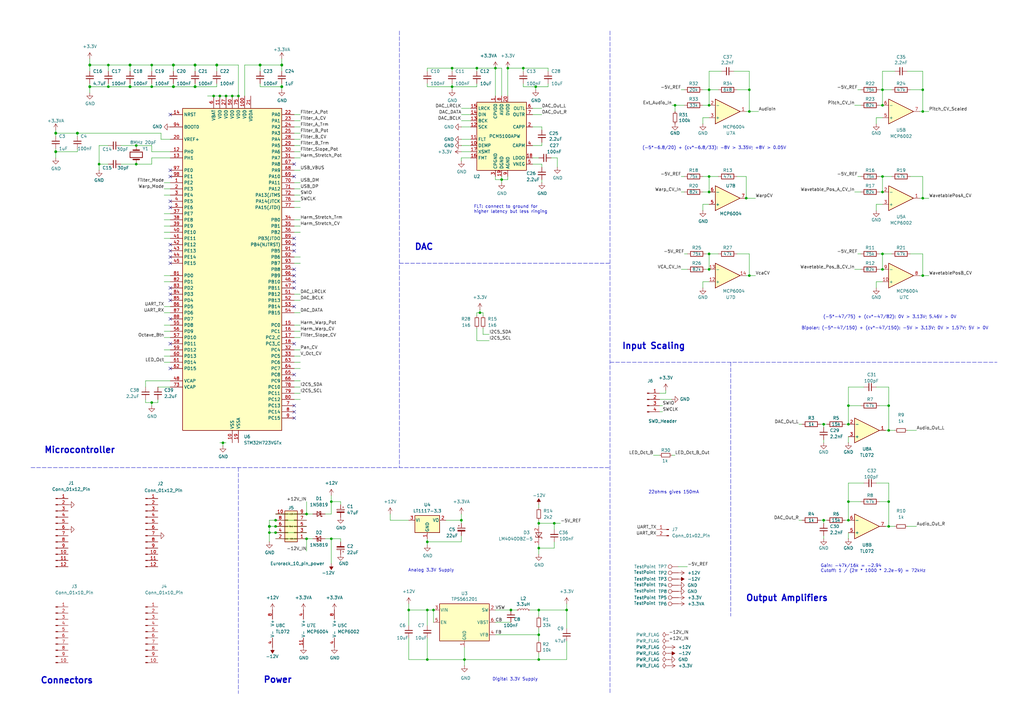
<source format=kicad_sch>
(kicad_sch (version 20231120) (generator "eeschema") (generator_version "8.0")
  (paper "A3")
  (title_block (title "Kishoof Components") (date "2024-04-24") (rev "1.0") (company "Mountjoy Modular"))
  (junction (at 115.57 35.56) (diameter 1.016))
  (junction (at 175.26 250.19))
  (junction (at 290.83 72.39))
  (junction (at 62.23 35.56))
  (junction (at 361.95 110.49))
  (junction (at 220.98 214.63))
  (junction (at 364.49 176.53))
  (junction (at 88.9 26.67) (diameter 1.016))
  (junction (at 55.88 59.69))
  (junction (at 364.49 215.9))
  (junction (at 347.98 173.99))
  (junction (at 97.79 39.37))
  (junction (at 227.33 214.63))
  (junction (at 95.25 39.37))
  (junction (at 276.86 43.18))
  (junction (at 125.73 220.98))
  (junction (at 195.58 27.94))
  (junction (at 110.49 215.9) (diameter 1.016))
  (junction (at 290.83 36.83))
  (junction (at 40.64 67.31))
  (junction (at 196.85 128.27))
  (junction (at 80.01 26.67) (diameter 1.016))
  (junction (at 175.26 222.25))
  (junction (at 347.98 166.37))
  (junction (at 220.98 270.51))
  (junction (at 22.86 54.61) (diameter 1.016))
  (junction (at 214.63 27.94))
  (junction (at 80.01 35.56) (diameter 1.016))
  (junction (at 361.95 72.39))
  (junction (at 135.89 205.74))
  (junction (at 378.46 113.03))
  (junction (at 177.8 250.19))
  (junction (at 22.86 62.23) (diameter 1.016))
  (junction (at 364.49 205.74))
  (junction (at 87.63 39.37))
  (junction (at 364.49 166.37))
  (junction (at 290.83 110.49))
  (junction (at 90.17 39.37))
  (junction (at 361.95 78.74))
  (junction (at 347.98 205.74))
  (junction (at 209.55 250.19))
  (junction (at 113.03 213.36))
  (junction (at 361.95 43.18))
  (junction (at 220.98 224.79))
  (junction (at 175.26 270.51))
  (junction (at 92.71 39.37))
  (junction (at 361.95 36.83))
  (junction (at 203.2 27.94))
  (junction (at 290.83 78.74))
  (junction (at 220.98 250.19))
  (junction (at 36.83 26.67) (diameter 1.016))
  (junction (at 337.82 213.36))
  (junction (at 55.88 67.31))
  (junction (at 337.82 173.99))
  (junction (at 219.71 35.56))
  (junction (at 220.98 260.35))
  (junction (at 307.34 113.03))
  (junction (at 113.03 215.9))
  (junction (at 36.83 35.56) (diameter 1.016))
  (junction (at 290.83 43.18))
  (junction (at 125.73 210.82))
  (junction (at 185.42 27.94))
  (junction (at 44.45 26.67))
  (junction (at 167.64 250.19))
  (junction (at 232.41 250.19))
  (junction (at 91.44 181.61))
  (junction (at 53.34 35.56) (diameter 1.016))
  (junction (at 135.89 220.98))
  (junction (at 113.03 218.44))
  (junction (at 361.95 104.14))
  (junction (at 307.34 36.83))
  (junction (at 115.57 26.67) (diameter 1.016))
  (junction (at 307.34 45.72))
  (junction (at 347.98 213.36))
  (junction (at 378.46 36.83))
  (junction (at 190.5 270.51))
  (junction (at 189.23 213.36))
  (junction (at 110.49 218.44))
  (junction (at 62.23 165.1))
  (junction (at 290.83 104.14))
  (junction (at 106.68 26.67) (diameter 1.016))
  (junction (at 378.46 45.72))
  (junction (at 378.46 81.28))
  (junction (at 44.45 35.56))
  (junction (at 205.74 73.66))
  (junction (at 31.75 54.61) (diameter 1.016))
  (junction (at 208.28 27.94))
  (junction (at 71.12 26.67) (diameter 1.016))
  (junction (at 306.07 81.28))
  (junction (at 53.34 26.67) (diameter 1.016))
  (junction (at 185.42 35.56))
  (junction (at 62.23 26.67))
  (junction (at 71.12 35.56) (diameter 1.016))
  (no_connect (at 120.65 118.11))
  (no_connect (at 69.85 72.39))
  (no_connect (at 120.65 166.37))
  (no_connect (at 69.85 105.41))
  (no_connect (at 120.65 153.67))
  (no_connect (at 120.65 102.87))
  (no_connect (at 120.65 110.49))
  (no_connect (at 120.65 100.33))
  (no_connect (at 69.85 100.33))
  (no_connect (at 69.85 85.09))
  (no_connect (at 69.85 46.99))
  (no_connect (at 69.85 120.65))
  (no_connect (at 69.85 140.97))
  (no_connect (at 120.65 72.39))
  (no_connect (at 120.65 113.03))
  (no_connect (at 120.65 115.57))
  (no_connect (at 120.65 140.97))
  (no_connect (at 69.85 102.87))
  (no_connect (at 69.85 118.11))
  (no_connect (at 120.65 97.79))
  (no_connect (at 69.85 69.85))
  (no_connect (at 69.85 123.19))
  (no_connect (at 69.85 130.81))
  (no_connect (at 69.85 151.13))
  (no_connect (at 69.85 107.95))
  (no_connect (at 120.65 171.45))
  (no_connect (at 120.65 125.73))
  (no_connect (at 69.85 82.55))
  (no_connect (at 120.65 168.91))
  (no_connect (at 120.65 67.31))
  (wire (pts (xy 353.06 110.49) (xy 350.52 110.49)))
  (wire (pts (xy 220.98 224.79) (xy 227.33 224.79)))
  (wire (pts (xy 302.26 36.83) (xy 307.34 36.83)))
  (wire (pts (xy 290.83 104.14) (xy 294.64 104.14)))
  (wire (pts (xy 31.75 54.61) (xy 31.75 55.88)))
  (wire (pts (xy 359.41 86.36) (xy 359.41 83.82)))
  (wire (pts (xy 361.95 110.49) (xy 361.95 104.14)))
  (wire (pts (xy 125.73 220.98) (xy 125.73 226.06)))
  (wire (pts (xy 177.8 255.27) (xy 177.8 250.19)))
  (wire (pts (xy 71.12 26.67) (xy 71.12 29.21)))
  (wire (pts (xy 160.02 210.82) (xy 160.02 213.36)))
  (wire (pts (xy 113.03 210.82) (xy 125.73 210.82)))
  (wire (pts (xy 214.63 34.29) (xy 214.63 35.56)))
  (wire (pts (xy 288.29 83.82) (xy 288.29 86.36)))
  (wire (pts (xy 361.95 72.39) (xy 365.76 72.39)))
  (wire (pts (xy 106.68 29.21) (xy 106.68 26.67)))
  (wire (pts (xy 53.34 26.67) (xy 62.23 26.67)))
  (wire (pts (xy 67.31 148.59) (xy 69.85 148.59)))
  (wire (pts (xy 280.67 104.14) (xy 281.94 104.14)))
  (wire (pts (xy 195.58 29.21) (xy 195.58 27.94)))
  (wire (pts (xy 288.29 36.83) (xy 290.83 36.83)))
  (wire (pts (xy 123.19 69.85) (xy 120.65 69.85)))
  (wire (pts (xy 288.29 115.57) (xy 290.83 115.57)))
  (wire (pts (xy 123.19 77.47) (xy 120.65 77.47)))
  (wire (pts (xy 67.31 146.05) (xy 69.85 146.05)))
  (wire (pts (xy 167.64 250.19) (xy 175.26 250.19)))
  (wire (pts (xy 185.42 34.29) (xy 185.42 35.56)))
  (wire (pts (xy 190.5 265.43) (xy 190.5 270.51)))
  (wire (pts (xy 220.98 207.01) (xy 220.98 208.28)))
  (wire (pts (xy 123.19 46.99) (xy 120.65 46.99)))
  (wire (pts (xy 175.26 270.51) (xy 190.5 270.51)))
  (wire (pts (xy 175.26 35.56) (xy 185.42 35.56)))
  (wire (pts (xy 289.56 110.49) (xy 290.83 110.49)))
  (wire (pts (xy 364.49 215.9) (xy 367.03 215.9)))
  (wire (pts (xy 373.38 72.39) (xy 378.46 72.39)))
  (wire (pts (xy 67.31 128.27) (xy 69.85 128.27)))
  (wire (pts (xy 195.58 27.94) (xy 203.2 27.94)))
  (wire (pts (xy 90.17 39.37) (xy 92.71 39.37)))
  (wire (pts (xy 67.31 97.79) (xy 69.85 97.79)))
  (wire (pts (xy 123.19 49.53) (xy 120.65 49.53)))
  (wire (pts (xy 123.19 90.17) (xy 120.65 90.17)))
  (wire (pts (xy 360.68 36.83) (xy 361.95 36.83)))
  (wire (pts (xy 205.74 73.66) (xy 205.74 74.93)))
  (wire (pts (xy 354.33 158.75) (xy 347.98 158.75)))
  (wire (pts (xy 123.19 135.89) (xy 120.65 135.89)))
  (wire (pts (xy 40.64 67.31) (xy 44.45 67.31)))
  (wire (pts (xy 279.4 72.39) (xy 280.67 72.39)))
  (wire (pts (xy 195.58 34.29) (xy 195.58 35.56)))
  (wire (pts (xy 64.77 158.75) (xy 69.85 158.75)))
  (wire (pts (xy 227.33 217.17) (xy 227.33 214.63)))
  (wire (pts (xy 288.29 72.39) (xy 290.83 72.39)))
  (wire (pts (xy 55.88 67.31) (xy 62.23 67.31)))
  (wire (pts (xy 123.19 105.41) (xy 120.65 105.41)))
  (wire (pts (xy 307.34 104.14) (xy 307.34 113.03)))
  (wire (pts (xy 167.64 247.65) (xy 167.64 250.19)))
  (wire (pts (xy 44.45 26.67) (xy 44.45 29.21)))
  (wire (pts (xy 364.49 205.74) (xy 360.68 205.74)))
  (wire (pts (xy 309.88 81.28) (xy 306.07 81.28)))
  (wire (pts (xy 69.85 95.25) (xy 67.31 95.25)))
  (wire (pts (xy 59.69 163.83) (xy 59.69 165.1)))
  (wire (pts (xy 347.98 218.44) (xy 347.98 220.98)))
  (polyline (pts (xy 299.72 148.59) (xy 299.72 252.73)) (stroke (width 0) (type dash)))
  (wire (pts (xy 290.83 72.39) (xy 290.83 78.74)))
  (wire (pts (xy 135.89 220.98) (xy 135.89 231.14)))
  (wire (pts (xy 106.68 35.56) (xy 115.57 35.56)))
  (wire (pts (xy 91.44 181.61) (xy 91.44 182.88)))
  (wire (pts (xy 175.26 261.62) (xy 175.26 270.51)))
  (wire (pts (xy 110.49 213.36) (xy 113.03 213.36)))
  (wire (pts (xy 44.45 26.67) (xy 53.34 26.67)))
  (wire (pts (xy 53.34 26.67) (xy 53.34 29.21)))
  (wire (pts (xy 195.58 139.7) (xy 200.66 139.7)))
  (wire (pts (xy 36.83 29.21) (xy 36.83 26.67)))
  (wire (pts (xy 354.33 198.12) (xy 347.98 198.12)))
  (wire (pts (xy 167.64 270.51) (xy 175.26 270.51)))
  (wire (pts (xy 276.86 186.69) (xy 275.59 186.69)))
  (wire (pts (xy 115.57 35.56) (xy 115.57 36.83)))
  (wire (pts (xy 232.41 250.19) (xy 232.41 247.65)))
  (wire (pts (xy 123.19 64.77) (xy 120.65 64.77)))
  (wire (pts (xy 205.74 27.94) (xy 203.2 27.94)))
  (wire (pts (xy 270.51 163.83) (xy 275.59 163.83)))
  (wire (pts (xy 294.64 36.83) (xy 290.83 36.83)))
  (wire (pts (xy 175.26 222.25) (xy 175.26 223.52)))
  (wire (pts (xy 203.2 73.66) (xy 205.74 73.66)))
  (wire (pts (xy 346.71 173.99) (xy 347.98 173.99)))
  (wire (pts (xy 123.19 133.35) (xy 120.65 133.35)))
  (wire (pts (xy 360.68 43.18) (xy 361.95 43.18)))
  (wire (pts (xy 360.68 104.14) (xy 361.95 104.14)))
  (wire (pts (xy 69.85 90.17) (xy 67.31 90.17)))
  (wire (pts (xy 220.98 223.52) (xy 220.98 224.79)))
  (polyline (pts (xy 250.19 12.7) (xy 250.19 284.48)) (stroke (width 0) (type dash)))
  (wire (pts (xy 198.12 134.62) (xy 198.12 137.16)))
  (wire (pts (xy 133.35 210.82) (xy 135.89 210.82)))
  (wire (pts (xy 185.42 35.56) (xy 185.42 36.83)))
  (wire (pts (xy 44.45 34.29) (xy 44.45 35.56)))
  (wire (pts (xy 62.23 26.67) (xy 71.12 26.67)))
  (wire (pts (xy 378.46 29.21) (xy 378.46 36.83)))
  (wire (pts (xy 378.46 45.72) (xy 377.19 45.72)))
  (wire (pts (xy 189.23 64.77) (xy 189.23 66.04)))
  (wire (pts (xy 71.12 35.56) (xy 80.01 35.56)))
  (wire (pts (xy 123.19 52.07) (xy 120.65 52.07)))
  (wire (pts (xy 214.63 35.56) (xy 219.71 35.56)))
  (wire (pts (xy 120.65 123.19) (xy 123.19 123.19)))
  (wire (pts (xy 123.19 158.75) (xy 120.65 158.75)))
  (wire (pts (xy 220.98 260.35) (xy 220.98 262.89)))
  (wire (pts (xy 327.66 213.36) (xy 328.93 213.36)))
  (wire (pts (xy 123.19 62.23) (xy 120.65 62.23)))
  (wire (pts (xy 214.63 27.94) (xy 224.79 27.94)))
  (wire (pts (xy 353.06 43.18) (xy 350.52 43.18)))
  (wire (pts (xy 208.28 73.66) (xy 205.74 73.66)))
  (wire (pts (xy 175.26 256.54) (xy 175.26 250.19)))
  (wire (pts (xy 123.19 59.69) (xy 120.65 59.69)))
  (wire (pts (xy 203.2 27.94) (xy 203.2 39.37)))
  (wire (pts (xy 40.64 67.31) (xy 40.64 69.85)))
  (wire (pts (xy 110.49 215.9) (xy 113.03 215.9)))
  (wire (pts (xy 189.23 52.07) (xy 193.04 52.07)))
  (wire (pts (xy 123.19 148.59) (xy 120.65 148.59)))
  (wire (pts (xy 220.98 257.81) (xy 220.98 260.35)))
  (wire (pts (xy 208.28 27.94) (xy 208.28 39.37)))
  (wire (pts (xy 208.28 27.94) (xy 214.63 27.94)))
  (wire (pts (xy 123.19 163.83) (xy 120.65 163.83)))
  (wire (pts (xy 49.53 67.31) (xy 55.88 67.31)))
  (wire (pts (xy 276.86 43.18) (xy 276.86 45.72)))
  (wire (pts (xy 88.9 34.29) (xy 88.9 35.56)))
  (wire (pts (xy 360.68 110.49) (xy 361.95 110.49)))
  (wire (pts (xy 275.59 43.18) (xy 276.86 43.18)))
  (wire (pts (xy 347.98 179.07) (xy 347.98 181.61)))
  (wire (pts (xy 66.04 54.61) (xy 66.04 57.15)))
  (wire (pts (xy 378.46 113.03) (xy 381 113.03)))
  (wire (pts (xy 49.53 59.69) (xy 55.88 59.69)))
  (wire (pts (xy 22.86 55.88) (xy 22.86 54.61)))
  (wire (pts (xy 189.23 59.69) (xy 193.04 59.69)))
  (wire (pts (xy 113.03 213.36) (xy 125.73 213.36)))
  (wire (pts (xy 123.19 54.61) (xy 120.65 54.61)))
  (wire (pts (xy 288.29 78.74) (xy 290.83 78.74)))
  (wire (pts (xy 190.5 270.51) (xy 220.98 270.51)))
  (wire (pts (xy 353.06 78.74) (xy 350.52 78.74)))
  (wire (pts (xy 85.09 39.37) (xy 87.63 39.37)))
  (wire (pts (xy 62.23 35.56) (xy 71.12 35.56)))
  (wire (pts (xy 222.25 67.31) (xy 222.25 68.58)))
  (wire (pts (xy 218.44 44.45) (xy 222.25 44.45)))
  (wire (pts (xy 92.71 39.37) (xy 95.25 39.37)))
  (wire (pts (xy 218.44 67.31) (xy 222.25 67.31)))
  (wire (pts (xy 195.58 134.62) (xy 195.58 139.7)))
  (wire (pts (xy 295.91 29.21) (xy 290.83 29.21)))
  (wire (pts (xy 97.79 26.67) (xy 97.79 39.37)))
  (wire (pts (xy 120.65 161.29) (xy 123.19 161.29)))
  (polyline (pts (xy 12.7 191.77) (xy 250.19 191.77)) (stroke (width 0) (type dash)))
  (wire (pts (xy 359.41 198.12) (xy 364.49 198.12)))
  (wire (pts (xy 276.86 43.18) (xy 280.67 43.18)))
  (wire (pts (xy 327.66 173.99) (xy 328.93 173.99)))
  (wire (pts (xy 67.31 113.03) (xy 69.85 113.03)))
  (wire (pts (xy 196.85 127) (xy 196.85 128.27)))
  (wire (pts (xy 218.44 64.77) (xy 220.98 64.77)))
  (wire (pts (xy 62.23 59.69) (xy 55.88 59.69)))
  (wire (pts (xy 361.95 78.74) (xy 361.95 72.39)))
  (wire (pts (xy 364.49 166.37) (xy 364.49 176.53)))
  (wire (pts (xy 113.03 218.44) (xy 125.73 218.44)))
  (wire (pts (xy 36.83 24.13) (xy 36.83 26.67)))
  (wire (pts (xy 167.64 250.19) (xy 167.64 256.54)))
  (wire (pts (xy 175.26 220.98) (xy 175.26 222.25)))
  (wire (pts (xy 64.77 163.83) (xy 64.77 165.1)))
  (wire (pts (xy 222.25 52.07) (xy 222.25 53.34)))
  (wire (pts (xy 336.55 173.99) (xy 337.82 173.99)))
  (wire (pts (xy 378.46 104.14) (xy 378.46 113.03)))
  (wire (pts (xy 288.29 48.26) (xy 288.29 50.8)))
  (wire (pts (xy 306.07 45.72) (xy 307.34 45.72)))
  (wire (pts (xy 62.23 62.23) (xy 62.23 59.69)))
  (wire (pts (xy 196.85 128.27) (xy 195.58 128.27)))
  (wire (pts (xy 22.86 62.23) (xy 31.75 62.23)))
  (wire (pts (xy 88.9 26.67) (xy 97.79 26.67)))
  (wire (pts (xy 336.55 213.36) (xy 337.82 213.36)))
  (wire (pts (xy 189.23 214.63) (xy 189.23 213.36)))
  (wire (pts (xy 198.12 137.16) (xy 200.66 137.16)))
  (wire (pts (xy 123.19 57.15) (xy 120.65 57.15)))
  (wire (pts (xy 67.31 138.43) (xy 69.85 138.43)))
  (wire (pts (xy 167.64 261.62) (xy 167.64 270.51)))
  (wire (pts (xy 120.65 80.01) (xy 123.19 80.01)))
  (wire (pts (xy 71.12 26.67) (xy 80.01 26.67)))
  (wire (pts (xy 69.85 87.63) (xy 67.31 87.63)))
  (wire (pts (xy 359.41 50.8) (xy 359.41 48.26)))
  (wire (pts (xy 185.42 27.94) (xy 195.58 27.94)))
  (wire (pts (xy 203.2 260.35) (xy 220.98 260.35)))
  (wire (pts (xy 195.58 128.27) (xy 195.58 129.54)))
  (wire (pts (xy 271.78 168.91) (xy 270.51 168.91)))
  (wire (pts (xy 220.98 250.19) (xy 232.41 250.19)))
  (wire (pts (xy 209.55 250.19) (xy 212.09 250.19)))
  (wire (pts (xy 351.79 104.14) (xy 353.06 104.14)))
  (wire (pts (xy 175.26 27.94) (xy 185.42 27.94)))
  (wire (pts (xy 139.7 207.01) (xy 139.7 205.74)))
  (wire (pts (xy 311.15 45.72) (xy 307.34 45.72)))
  (wire (pts (xy 123.19 151.13) (xy 120.65 151.13)))
  (wire (pts (xy 135.89 205.74) (xy 135.89 210.82)))
  (wire (pts (xy 359.41 48.26) (xy 361.95 48.26)))
  (wire (pts (xy 91.44 181.61) (xy 92.71 181.61)))
  (wire (pts (xy 270.51 186.69) (xy 267.97 186.69)))
  (wire (pts (xy 100.33 26.67) (xy 100.33 39.37)))
  (wire (pts (xy 372.11 215.9) (xy 375.92 215.9)))
  (wire (pts (xy 189.23 219.71) (xy 189.23 222.25)))
  (wire (pts (xy 359.41 83.82) (xy 361.95 83.82)))
  (wire (pts (xy 69.85 64.77) (xy 62.23 64.77)))
  (wire (pts (xy 71.12 34.29) (xy 71.12 35.56)))
  (wire (pts (xy 307.34 113.03) (xy 306.07 113.03)))
  (wire (pts (xy 113.03 220.98) (xy 125.73 220.98)))
  (wire (pts (xy 347.98 158.75) (xy 347.98 166.37)))
  (polyline (pts (xy 250.19 148.59) (xy 408.94 148.59)) (stroke (width 0) (type dash)))
  (wire (pts (xy 302.26 72.39) (xy 306.07 72.39)))
  (wire (pts (xy 175.26 34.29) (xy 175.26 35.56)))
  (wire (pts (xy 80.01 34.29) (xy 80.01 35.56)))
  (wire (pts (xy 378.46 45.72) (xy 381 45.72)))
  (wire (pts (xy 53.34 34.29) (xy 53.34 35.56)))
  (wire (pts (xy 346.71 213.36) (xy 347.98 213.36)))
  (wire (pts (xy 205.74 72.39) (xy 205.74 73.66)))
  (wire (pts (xy 59.69 158.75) (xy 59.69 156.21)))
  (wire (pts (xy 139.7 222.25) (xy 139.7 220.98)))
  (wire (pts (xy 279.4 36.83) (xy 280.67 36.83)))
  (wire (pts (xy 62.23 26.67) (xy 62.23 29.21)))
  (wire (pts (xy 67.31 125.73) (xy 69.85 125.73)))
  (wire (pts (xy 279.4 78.74) (xy 280.67 78.74)))
  (wire (pts (xy 227.33 224.79) (xy 227.33 222.25)))
  (wire (pts (xy 363.22 215.9) (xy 364.49 215.9)))
  (wire (pts (xy 110.49 218.44) (xy 110.49 222.25)))
  (wire (pts (xy 120.65 146.05) (xy 123.19 146.05)))
  (wire (pts (xy 359.41 158.75) (xy 364.49 158.75)))
  (wire (pts (xy 44.45 35.56) (xy 53.34 35.56)))
  (wire (pts (xy 229.87 214.63) (xy 227.33 214.63)))
  (wire (pts (xy 337.82 175.26) (xy 337.82 173.99)))
  (wire (pts (xy 182.88 213.36) (xy 189.23 213.36)))
  (wire (pts (xy 22.86 53.34) (xy 22.86 54.61)))
  (wire (pts (xy 360.68 78.74) (xy 361.95 78.74)))
  (wire (pts (xy 361.95 104.14) (xy 365.76 104.14)))
  (wire (pts (xy 106.68 34.29) (xy 106.68 35.56)))
  (wire (pts (xy 205.74 27.94) (xy 205.74 39.37)))
  (wire (pts (xy 125.73 205.74) (xy 125.73 210.82)))
  (wire (pts (xy 125.73 220.98) (xy 128.27 220.98)))
  (wire (pts (xy 290.83 110.49) (xy 290.83 104.14)))
  (wire (pts (xy 289.56 104.14) (xy 290.83 104.14)))
  (wire (pts (xy 123.19 74.93) (xy 120.65 74.93)))
  (wire (pts (xy 31.75 60.96) (xy 31.75 62.23)))
  (wire (pts (xy 62.23 64.77) (xy 62.23 67.31)))
  (wire (pts (xy 337.82 173.99) (xy 339.09 173.99)))
  (wire (pts (xy 288.29 118.11) (xy 288.29 115.57)))
  (wire (pts (xy 359.41 115.57) (xy 361.95 115.57)))
  (wire (pts (xy 59.69 156.21) (xy 69.85 156.21)))
  (wire (pts (xy 110.49 213.36) (xy 110.49 215.9)))
  (wire (pts (xy 135.89 220.98) (xy 139.7 220.98)))
  (wire (pts (xy 62.23 62.23) (xy 69.85 62.23)))
  (wire (pts (xy 66.04 57.15) (xy 69.85 57.15)))
  (wire (pts (xy 359.41 118.11) (xy 359.41 115.57)))
  (wire (pts (xy 290.83 83.82) (xy 288.29 83.82)))
  (wire (pts (xy 367.03 29.21) (xy 361.95 29.21)))
  (wire (pts (xy 203.2 255.27) (xy 209.55 255.27)))
  (wire (pts (xy 115.57 24.13) (xy 115.57 26.67)))
  (wire (pts (xy 177.8 250.19) (xy 175.26 250.19)))
  (wire (pts (xy 120.65 128.27) (xy 123.19 128.27)))
  (wire (pts (xy 290.83 29.21) (xy 290.83 36.83)))
  (wire (pts (xy 189.23 44.45) (xy 193.04 44.45)))
  (wire (pts (xy 361.95 29.21) (xy 361.95 36.83)))
  (wire (pts (xy 62.23 165.1) (xy 64.77 165.1)))
  (wire (pts (xy 219.71 35.56) (xy 224.79 35.56)))
  (wire (pts (xy 222.25 73.66) (xy 222.25 74.93)))
  (wire (pts (xy 307.34 113.03) (xy 309.88 113.03)))
  (wire (pts (xy 120.65 138.43) (xy 123.19 138.43)))
  (wire (pts (xy 36.83 34.29) (xy 36.83 35.56)))
  (polyline (pts (xy 97.79 191.77) (xy 97.79 284.48)) (stroke (width 0) (type dash)))
  (wire (pts (xy 288.29 43.18) (xy 290.83 43.18)))
  (wire (pts (xy 87.63 39.37) (xy 90.17 39.37)))
  (wire (pts (xy 378.46 36.83) (xy 378.46 45.72)))
  (wire (pts (xy 364.49 205.74) (xy 364.49 215.9)))
  (wire (pts (xy 22.86 60.96) (xy 22.86 62.23)))
  (wire (pts (xy 80.01 26.67) (xy 80.01 29.21)))
  (wire (pts (xy 226.06 64.77) (xy 228.6 64.77)))
  (wire (pts (xy 363.22 176.53) (xy 364.49 176.53)))
  (wire (pts (xy 189.23 210.82) (xy 189.23 213.36)))
  (wire (pts (xy 67.31 135.89) (xy 69.85 135.89)))
  (wire (pts (xy 62.23 34.29) (xy 62.23 35.56)))
  (wire (pts (xy 307.34 29.21) (xy 307.34 36.83)))
  (wire (pts (xy 273.05 161.29) (xy 273.05 160.02)))
  (wire (pts (xy 217.17 250.19) (xy 220.98 250.19)))
  (wire (pts (xy 62.23 166.37) (xy 62.23 165.1)))
  (wire (pts (xy 196.85 128.27) (xy 198.12 128.27)))
  (wire (pts (xy 218.44 46.99) (xy 222.25 46.99)))
  (wire (pts (xy 95.25 39.37) (xy 97.79 39.37)))
  (wire (pts (xy 224.79 34.29) (xy 224.79 35.56)))
  (wire (pts (xy 222.25 58.42) (xy 222.25 59.69)))
  (wire (pts (xy 337.82 180.34) (xy 337.82 181.61)))
  (wire (pts (xy 218.44 59.69) (xy 222.25 59.69)))
  (wire (pts (xy 347.98 205.74) (xy 347.98 213.36)))
  (wire (pts (xy 67.31 115.57) (xy 69.85 115.57)))
  (wire (pts (xy 337.82 219.71) (xy 337.82 220.98)))
  (wire (pts (xy 40.64 59.69) (xy 40.64 67.31)))
  (wire (pts (xy 90.17 181.61) (xy 91.44 181.61)))
  (wire (pts (xy 300.99 29.21) (xy 307.34 29.21)))
  (wire (pts (xy 203.2 72.39) (xy 203.2 73.66)))
  (wire (pts (xy 372.11 176.53) (xy 375.92 176.53)))
  (wire (pts (xy 214.63 29.21) (xy 214.63 27.94)))
  (wire (pts (xy 281.94 232.41) (xy 278.13 232.41)))
  (wire (pts (xy 185.42 29.21) (xy 185.42 27.94)))
  (wire (pts (xy 290.83 48.26) (xy 288.29 48.26)))
  (wire (pts (xy 189.23 62.23) (xy 193.04 62.23)))
  (wire (pts (xy 189.23 49.53) (xy 193.04 49.53)))
  (wire (pts (xy 232.41 262.89) (xy 232.41 270.51)))
  (wire (pts (xy 160.02 213.36) (xy 167.64 213.36)))
  (wire (pts (xy 347.98 198.12) (xy 347.98 205.74)))
  (wire (pts (xy 361.95 36.83) (xy 365.76 36.83)))
  (wire (pts (xy 123.19 107.95) (xy 120.65 107.95)))
  (wire (pts (xy 218.44 52.07) (xy 222.25 52.07)))
  (wire (pts (xy 198.12 128.27) (xy 198.12 129.54)))
  (wire (pts (xy 378.46 113.03) (xy 377.19 113.03)))
  (wire (pts (xy 193.04 64.77) (xy 189.23 64.77)))
  (wire (pts (xy 219.71 36.83) (xy 219.71 35.56)))
  (wire (pts (xy 372.11 29.21) (xy 378.46 29.21)))
  (wire (pts (xy 125.73 210.82) (xy 128.27 210.82)))
  (wire (pts (xy 123.19 85.09) (xy 120.65 85.09)))
  (wire (pts (xy 220.98 213.36) (xy 220.98 214.63)))
  (wire (pts (xy 373.38 36.83) (xy 378.46 36.83)))
  (wire (pts (xy 364.49 158.75) (xy 364.49 166.37)))
  (wire (pts (xy 36.83 35.56) (xy 44.45 35.56)))
  (wire (pts (xy 135.89 203.2) (xy 135.89 205.74)))
  (wire (pts (xy 22.86 54.61) (xy 31.75 54.61)))
  (wire (pts (xy 123.19 92.71) (xy 120.65 92.71)))
  (wire (pts (xy 281.94 110.49) (xy 279.4 110.49)))
  (wire (pts (xy 88.9 26.67) (xy 88.9 29.21)))
  (wire (pts (xy 67.31 74.93) (xy 69.85 74.93)))
  (wire (pts (xy 190.5 273.05) (xy 190.5 270.51)))
  (wire (pts (xy 290.83 36.83) (xy 290.83 43.18)))
  (wire (pts (xy 378.46 81.28) (xy 377.19 81.28)))
  (wire (pts (xy 175.26 27.94) (xy 175.26 29.21)))
  (wire (pts (xy 337.82 214.63) (xy 337.82 213.36)))
  (wire (pts (xy 270.51 161.29) (xy 273.05 161.29)))
  (polyline (pts (xy 163.83 12.7) (xy 163.83 191.77)) (stroke (width 0) (type dash)))
  (wire (pts (xy 220.98 250.19) (xy 220.98 252.73)))
  (wire (pts (xy 110.49 215.9) (xy 110.49 218.44)))
  (wire (pts (xy 120.65 82.55) (xy 123.19 82.55)))
  (wire (pts (xy 67.31 133.35) (xy 69.85 133.35)))
  (wire (pts (xy 31.75 54.61) (xy 66.04 54.61)))
  (wire (pts (xy 36.83 35.56) (xy 36.83 38.1)))
  (wire (pts (xy 67.31 143.51) (xy 69.85 143.51)))
  (wire (pts (xy 361.95 43.18) (xy 361.95 36.83)))
  (wire (pts (xy 220.98 214.63) (xy 220.98 215.9)))
  (wire (pts (xy 337.82 213.36) (xy 339.09 213.36)))
  (wire (pts (xy 120.65 120.65) (xy 123.19 120.65)))
  (wire (pts (xy 22.86 62.23) (xy 22.86 64.77)))
  (wire (pts (xy 36.83 26.67) (xy 44.45 26.67)))
  (wire (pts (xy 351.79 72.39) (xy 353.06 72.39)))
  (wire (pts (xy 123.19 95.25) (xy 120.65 95.25)))
  (wire (pts (xy 306.07 72.39) (xy 306.07 81.28)))
  (wire (pts (xy 80.01 26.67) (xy 88.9 26.67)))
  (wire (pts (xy 373.38 104.14) (xy 378.46 104.14)))
  (wire (pts (xy 378.46 81.28) (xy 381 81.28)))
  (wire (pts (xy 185.42 35.56) (xy 195.58 35.56)))
  (wire (pts (xy 80.01 35.56) (xy 88.9 35.56)))
  (wire (pts (xy 106.68 26.67) (xy 100.33 26.67)))
  (wire (pts (xy 228.6 64.77) (xy 228.6 68.58)))
  (wire (pts (xy 294.64 72.39) (xy 290.83 72.39)))
  (wire (pts (xy 353.06 205.74) (xy 347.98 205.74)))
  (wire (pts (xy 351.79 36.83) (xy 353.06 36.83)))
  (wire (pts (xy 106.68 26.67) (xy 115.57 26.67)))
  (wire (pts (xy 307.34 36.83) (xy 307.34 45.72)))
  (wire (pts (xy 113.03 215.9) (xy 125.73 215.9)))
  (wire (pts (xy 232.41 270.51) (xy 220.98 270.51)))
  (wire (pts (xy 208.28 72.39) (xy 208.28 73.66)))
  (wire (pts (xy 69.85 92.71) (xy 67.31 92.71)))
  (wire (pts (xy 232.41 250.19) (xy 232.41 257.81)))
  (wire (pts (xy 135.89 205.74) (xy 139.7 205.74)))
  (wire (pts (xy 224.79 29.21) (xy 224.79 27.94)))
  (wire (pts (xy 133.35 220.98) (xy 135.89 220.98)))
  (wire (pts (xy 302.26 104.14) (xy 307.34 104.14)))
  (wire (pts (xy 67.31 80.01) (xy 69.85 80.01)))
  (wire (pts (xy 59.69 165.1) (xy 62.23 165.1)))
  (wire (pts (xy 120.65 143.51) (xy 123.19 143.51)))
  (wire (pts (xy 220.98 224.79) (xy 220.98 227.33)))
  (wire (pts (xy 227.33 214.63) (xy 220.98 214.63)))
  (wire (pts (xy 378.46 72.39) (xy 378.46 81.28)))
  (wire (pts (xy 67.31 77.47) (xy 69.85 77.47)))
  (wire (pts (xy 53.34 35.56) (xy 62.23 35.56)))
  (wire (pts (xy 364.49 176.53) (xy 367.03 176.53)))
  (wire (pts (xy 360.68 72.39) (xy 361.95 72.39)))
  (wire (pts (xy 203.2 250.19) (xy 209.55 250.19)))
  (wire (pts (xy 270.51 166.37) (xy 271.78 166.37)))
  (polyline (pts (xy 163.83 107.95) (xy 250.19 107.95)) (stroke (width 0) (type dash)))
  (wire (pts (xy 189.23 57.15) (xy 193.04 57.15)))
  (wire (pts (xy 175.26 222.25) (xy 189.23 222.25)))
  (wire (pts (xy 115.57 26.67) (xy 115.57 29.21)))
  (wire (pts (xy 364.49 198.12) (xy 364.49 205.74)))
  (wire (pts (xy 353.06 166.37) (xy 347.98 166.37)))
  (wire (pts (xy 220.98 267.97) (xy 220.98 270.51)))
  (wire (pts (xy 44.45 59.69) (xy 40.64 59.69)))
  (wire (pts (xy 189.23 46.99) (xy 193.04 46.99)))
  (wire (pts (xy 364.49 166.37) (xy 360.68 166.37)))
  (wire (pts (xy 110.49 218.44) (xy 113.03 218.44)))
  (wire (pts (xy 120.65 156.21) (xy 123.19 156.21)))
  (wire (pts (xy 347.98 166.37) (xy 347.98 173.99)))
  (wire (pts (xy 115.57 34.29) (xy 115.57 35.56)))
  (text "DAC" (at 169.926 102.87 0) (effects (font (size 2.54 2.54) (thickness 0.508) (bold yes)) (justify left bottom)))
  (text "Gain: -47k/16k = -2.94\nCutoff: 1 / (2π * 1000 * 2.2e-9) = 72kHz" (at 336.55 234.95 0) (effects (font (size 1.27 1.27)) (justify left bottom)))
  (text "Connectors" (at 16.51 280.67 0) (effects (font (size 2.54 2.54) (thickness 0.508) (bold yes)) (justify left bottom)))
  (text "FLT: connect to ground for \nhigher latency but less ringing" (at 194.31 87.63 0) (effects (font (size 1.27 1.27)) (justify left bottom)))
  (text "Digital 3.3V Supply" (at 201.93 279.4 0) (effects (font (size 1.27 1.27)) (justify left bottom)))
  (text "(-5*-47/75) + (cv*-47/82): 0V > 3.13V; 5.46V > 0V\n" (at 337.566 130.81 0) (effects (font (size 1.27 1.27)) (justify left bottom)))
  (text "Input Scaling" (at 255.016 143.51 0) (effects (font (size 2.54 2.54) (thickness 0.508) (bold yes)) (justify left bottom)))
  (text "Output Amplifiers" (at 305.816 246.888 0) (effects (font (size 2.54 2.54) (thickness 0.508) (bold yes)) (justify left bottom)))
  (text "Power" (at 107.95 280.416 0) (effects (font (size 2.54 2.54) (thickness 0.508) (bold yes)) (justify left bottom)))
  (text "Analog 3.3V Supply" (at 167.386 234.696 0) (effects (font (size 1.27 1.27)) (justify left bottom)))
  (text "Bipolar: (-5*-47/150) + (cv*-47/150): -5V > 3.13V; 0V > 1.57V; 5V > 0V\n" (at 328.676 135.382 0) (effects (font (size 1.27 1.27)) (justify left bottom)))
  (text "Microcontroller" (at 18.034 186.182 0) (effects (font (size 2.54 2.54) (thickness 0.508) (bold yes)) (justify left bottom)))
  (text "22ohms gives 150mA" (at 276.352 201.93 0) (effects (font (size 1.27 1.27))))
  (text "(-5*-6.8/20) + (cv*-6.8/33): -8V > 3.35V; +8V > 0.05V\n" (at 263.398 61.468 0) (effects (font (size 1.27 1.27)) (justify left bottom)))
  (label "UART_RX" (at 67.31 128.27 180))
  (label "LED_Oct_B_Out" (at 276.86 186.69 0))
  (label "Warp_Mode" (at 67.31 77.47 180))
  (label "Harm_Stretch_Pot" (at 123.19 64.77 0))
  (label "-12V_IN" (at 125.73 226.06 180))
  (label "DAC_DATA" (at 189.23 46.99 180))
  (label "+12V_IN" (at 125.73 205.74 180))
  (label "DAC_BCLK" (at 189.23 49.53 180))
  (label "USB_DM" (at 123.19 74.93 0))
  (label "-5V_REF" (at 351.79 36.83 180))
  (label "Filter_A_Trm" (at 123.19 52.07 0))
  (label "CB" (at 203.2 255.27 0))
  (label "LED_Oct_B" (at 267.97 186.69 180))
  (label "DAC_LRCLK" (at 123.19 120.65 0))
  (label "SWIO" (at 123.19 80.01 0))
  (label "-5V_REF" (at 229.87 214.63 0))
  (label "DAC_BCLK" (at 123.19 123.19 0))
  (label "DAC_Out_L" (at 222.25 44.45 0))
  (label "Filter_Slope_CV" (at 123.19 138.43 0))
  (label "DAC_LRCLK" (at 189.23 44.45 180))
  (label "USB_VBUS" (at 123.19 69.85 0))
  (label "LED_Oct" (at 67.31 148.59 180))
  (label "Filter_B_Pot" (at 123.19 54.61 0))
  (label "-5V_REF" (at 279.4 36.83 180))
  (label "Harm_Warp_Pot" (at 123.19 133.35 0))
  (label "UART_RX" (at 269.24 219.71 180))
  (label "Pitch_CV_In" (at 350.52 43.18 180))
  (label "Audio_Out_R" (at 375.92 215.9 0))
  (label "DAC_Out_R" (at 222.25 46.99 0))
  (label "-12V_IN" (at 274.32 260.35 0))
  (label "I2C5_SDA" (at 123.19 158.75 0))
  (label "Filter_A_Pot" (at 123.19 46.99 0))
  (label "I2C5_SDA" (at 200.66 137.16 0))
  (label "SWCLK" (at 271.78 168.91 0))
  (label "V_Oct_CV" (at 123.19 146.05 0))
  (label "-5V_REF" (at 279.4 72.39 180))
  (label "Ext_Audio_In" (at 275.59 43.18 180))
  (label "-5V_REF" (at 351.79 72.39 180))
  (label "Harm_Stretch_Trm" (at 123.19 90.17 0))
  (label "Filter_Mode" (at 67.31 74.93 180))
  (label "Pitch_CV_Scaled" (at 381 45.72 0))
  (label "VcaCV" (at 309.88 113.03 0))
  (label "-5V_REF" (at 351.79 104.14 180))
  (label "Filter_B_Trm" (at 123.19 59.69 0))
  (label "Audio_Out_L" (at 375.92 176.53 0))
  (label "Filter_B_CV" (at 123.19 57.15 0))
  (label "Wavetable_Pos_B_CV_In" (at 350.52 110.49 180))
  (label "AudioIn" (at 311.15 45.72 0))
  (label "Filter_A_CV" (at 123.19 49.53 0))
  (label "Octave_Btn" (at 67.31 138.43 180))
  (label "I2C5_SCL" (at 123.19 161.29 0))
  (label "VSW" (at 203.2 250.19 0))
  (label "-5V_REF" (at 281.94 232.41 0))
  (label "SWCLK" (at 123.19 82.55 0))
  (label "I2C5_SCL" (at 200.66 139.7 0))
  (label "UART_TX" (at 67.31 125.73 180))
  (label "SWIO" (at 271.78 166.37 0))
  (label "VCA_CV_In" (at 279.4 110.49 180))
  (label "Harm_Stretch_CV" (at 123.19 92.71 0))
  (label "DAC_Out_L" (at 327.66 173.99 180))
  (label "+12V_IN" (at 274.32 262.89 0))
  (label "DAC_DATA" (at 123.19 128.27 0))
  (label "Warp_CV_In" (at 279.4 78.74 180))
  (label "Pan_CV" (at 123.19 143.51 0))
  (label "WavetablePosA_CV" (at 381 81.28 0))
  (label "-5V_REF" (at 280.67 104.14 180))
  (label "WarpCV" (at 309.88 81.28 0))
  (label "Harm_Warp_CV" (at 123.19 135.89 0))
  (label "UART_TX" (at 269.24 217.17 180))
  (label "DAC_Out_R" (at 327.66 213.36 180))
  (label "WavetablePosB_CV" (at 381 113.03 0))
  (label "FB" (at 203.2 260.35 0))
  (label "USB_DP" (at 123.19 77.47 0))
  (label "Filter_Slope_Pot" (at 123.19 62.23 0))
  (label "Wavetable_Pos_A_CV_In" (at 350.52 78.74 180))
  (symbol (lib_id "Device:C_Small") (at 31.75 58.42 180) (unit 1)
    (property "Reference" "C4" (at 33.02 55.8799 0) (effects (justify right)))
    (property "Value" "100nF" (at 31.75 60.9599 0) (effects (justify right)))
    (property "Footprint" "Capacitor_SMD:C_0603_1608Metric" (effects (hide yes)))
    (property "Description" "Unpolarized capacitor, small symbol" (effects (hide yes)))
    (property "Part_Number" "C14663" (effects (hide yes)))
  )
  (symbol (lib_id "power:+3.3V") (at 274.32 273.05 270) (unit 1)
    (property "Reference" "#PWR015" (effects (hide yes)))
    (property "Value" "+3.3V" (at 278.13 273.0499 90) (effects (justify left)))
    (property "Description" "Power symbol creates a global label with name \"+3.3V\"" (effects (hide yes)))
  )
  (symbol (lib_id "power:-12V") (at 111.76 265.43 180) (unit 1)
    (property "Reference" "#PWR054" (effects (hide yes)))
    (property "Value" "-12V" (at 114.3 269.24 0) (effects (justify left)))
    (property "Description" "Power symbol creates a global label with name \"-12V\"" (effects (hide yes)))
  )
  (symbol (lib_id "power:GND") (at 222.25 74.93 0) (unit 1)
    (property "Reference" "#PWR037" (effects (hide yes)))
    (property "Value" "GND" (at 222.377 79.3242 0))
    (property "Description" "Power symbol creates a global label with name \"GND\" , ground" (effects (hide yes)))
  )
  (symbol (lib_id "Device:R") (at 369.57 36.83 270) (unit 1)
    (property "Reference" "R24" (at 369.57 34.29 90))
    (property "Value" "47k" (at 369.57 36.83 90))
    (property "Footprint" "Resistor_SMD:R_0603_1608Metric" (effects (hide yes)))
    (property "Description" "Resistor" (effects (hide yes)))
    (property "Part_Number" "C25819" (effects (hide yes)))
  )
  (symbol (lib_id "power:+3.3V") (at 208.28 27.94 0) (unit 1)
    (property "Reference" "#PWR044" (effects (hide yes)))
    (property "Value" "+3.3V" (at 208.28 22.86 0))
    (property "Description" "Power symbol creates a global label with name \"+3.3V\"" (effects (hide yes)))
  )
  (symbol (lib_id "Connector:TestPoint") (at 278.13 232.41 90) (unit 1) (in_bom no)
    (property "Reference" "TP7" (at 273.558 232.41 90) (effects (justify left)))
    (property "Value" "TestPoint" (at 268.986 232.41 90) (effects (justify left)))
    (property "Footprint" "Custom_Footprints:1.3mm_Test_Point" (effects (hide yes)))
    (property "Description" "test point" (effects (hide yes)))
  )
  (symbol (lib_id "Device:R_Small") (at 220.98 265.43 0) (unit 1)
    (property "Reference" "R2" (at 222.4786 264.2616 0) (effects (justify left)))
    (property "Value" "10k" (at 222.4786 266.573 0) (effects (justify left)))
    (property "Footprint" "Resistor_SMD:R_0603_1608Metric" (effects (hide yes)))
    (property "Description" "Resistor, small symbol" (effects (hide yes)))
    (property "Part_Number" "C25804" (effects (hide yes)))
  )
  (symbol (lib_id "Device:C_Small") (at 222.25 55.88 0) (unit 1)
    (property "Reference" "C25" (at 225.171 54.7116 0) (effects (justify left)))
    (property "Value" "2.2uF" (at 225.171 57.023 0) (effects (justify left)))
    (property "Footprint" "Capacitor_SMD:C_0603_1608Metric" (effects (hide yes)))
    (property "Description" "Unpolarized capacitor, small symbol" (effects (hide yes)))
    (property "Part_Number" "C23630" (effects (hide yes)))
  )
  (symbol (lib_id "power:GND") (at 205.74 74.93 0) (unit 1)
    (property "Reference" "#PWR034" (effects (hide yes)))
    (property "Value" "GND" (at 205.867 79.3242 0))
    (property "Description" "Power symbol creates a global label with name \"GND\" , ground" (effects (hide yes)))
  )
  (symbol (lib_id "Device:R") (at 284.48 43.18 270) (unit 1)
    (property "Reference" "R33" (at 284.48 40.64 90))
    (property "Value" "33k" (at 284.48 43.18 90))
    (property "Footprint" "Resistor_SMD:R_0603_1608Metric" (effects (hide yes)))
    (property "Description" "Resistor" (effects (hide yes)))
    (property "Part_Number" "C25819" (effects (hide yes)))
  )
  (symbol (lib_id "Device:C_Small") (at 223.52 64.77 270) (unit 1)
    (property "Reference" "C27" (at 227.33 59.69 90))
    (property "Value" "100nF" (at 227.33 62.23 90))
    (property "Footprint" "Capacitor_SMD:C_0603_1608Metric" (effects (hide yes)))
    (property "Description" "Unpolarized capacitor, small symbol" (effects (hide yes)))
    (property "Part_Number" "C14663" (effects (hide yes)))
  )
  (symbol (lib_id "power:GND") (at 189.23 59.69 270) (unit 1)
    (property "Reference" "#PWR030" (effects (hide yes)))
    (property "Value" "GND" (at 184.15 59.69 90))
    (property "Description" "Power symbol creates a global label with name \"GND\" , ground" (effects (hide yes)))
  )
  (symbol (lib_id "Device:C_Small") (at 195.58 31.75 0) (unit 1)
    (property "Reference" "C12" (at 196.85 29.21 0) (effects (justify left)))
    (property "Value" "10uF" (at 196.85 34.29 0) (effects (justify left)))
    (property "Footprint" "Capacitor_SMD:C_0603_1608Metric" (effects (hide yes)))
    (property "Description" "Unpolarized capacitor, small symbol" (effects (hide yes)))
    (property "Part_Number" "C15850 " (effects (hide yes)))
  )
  (symbol (lib_id "Amplifier_Operational:MCP6004") (at 121.92 257.81 0) (mirror y) (unit 5)
    (property "Reference" "U7" (at 125.73 256.5399 0) (effects (justify right)))
    (property "Value" "MCP6004" (at 125.73 259.0799 0) (effects (justify right)))
    (property "Footprint" "Package_SO:SO-14_3.9x8.65mm_P1.27mm" (effects (hide yes)))
    (property "Datasheet" "http://ww1.microchip.com/downloads/en/DeviceDoc/21733j.pdf" (effects (hide yes)))
    (property "Description" "1MHz, Low-Power Op Amp, DIP-14/SOIC-14/TSSOP-14" (effects (hide yes)))
  )
  (symbol (lib_id "Connector:TestPoint") (at 278.13 240.03 90) (unit 1) (in_bom no)
    (property "Reference" "TP4" (at 271.78 240.03 90))
    (property "Value" "TestPoint" (at 264.414 239.776 90))
    (property "Footprint" "Custom_Footprints:1.3mm_Test_Point" (effects (hide yes)))
    (property "Description" "test point" (effects (hide yes)))
  )
  (symbol (lib_id "Device:R") (at 356.87 43.18 270) (unit 1)
    (property "Reference" "R23" (at 356.87 40.64 90))
    (property "Value" "82k" (at 356.87 43.18 90))
    (property "Footprint" "Resistor_SMD:R_0603_1608Metric" (effects (hide yes)))
    (property "Description" "Resistor" (effects (hide yes)))
    (property "Part_Number" "C23265" (effects (hide yes)))
  )
  (symbol (lib_id "power:PWR_FLAG") (at 274.32 267.97 90) (unit 1)
    (property "Reference" "#FLG04" (effects (hide yes)))
    (property "Value" "PWR_FLAG" (at 270.51 267.97 90) (effects (justify left)))
    (property "Description" "Special symbol for telling ERC where power comes from" (effects (hide yes)))
  )
  (symbol (lib_id "power:-12V") (at 220.98 207.01 0) (unit 1)
    (property "Reference" "#PWR048" (effects (hide yes)))
    (property "Value" "-12V" (at 218.44 203.2 0) (effects (justify left)))
    (property "Description" "Power symbol creates a global label with name \"-12V\"" (effects (hide yes)))
  )
  (symbol (lib_id "Device:C_Small") (at 71.12 31.75 180) (unit 1)
    (property "Reference" "C20" (at 72.39 29.2099 0) (effects (justify right)))
    (property "Value" "100nF" (at 72.39 34.2899 0) (effects (justify right)))
    (property "Footprint" "Capacitor_SMD:C_0603_1608Metric" (effects (hide yes)))
    (property "Description" "Unpolarized capacitor, small symbol" (effects (hide yes)))
    (property "Part_Number" "C14663" (effects (hide yes)))
  )
  (symbol (lib_id "power:GND") (at 337.82 181.61 0) (unit 1)
    (property "Reference" "#PWR039" (effects (hide yes)))
    (property "Value" "GND" (at 337.82 185.42 0))
    (property "Description" "Power symbol creates a global label with name \"GND\" , ground" (effects (hide yes)))
  )
  (symbol (lib_id "Device:C_Small") (at 46.99 59.69 270) (unit 1)
    (property "Reference" "C14" (at 43.942 61.214 90))
    (property "Value" "30pF" (at 50.292 61.214 90))
    (property "Footprint" "Capacitor_SMD:C_0603_1608Metric" (effects (hide yes)))
    (property "Description" "Unpolarized capacitor, small symbol" (effects (hide yes)))
    (property "Part_Number" "C22397" (effects (hide yes)))
  )
  (symbol (lib_id "Device:C_Small") (at 62.23 31.75 180) (unit 1)
    (property "Reference" "C19" (at 63.5 29.2099 0) (effects (justify right)))
    (property "Value" "100nF" (at 63.5 34.2899 0) (effects (justify right)))
    (property "Footprint" "Capacitor_SMD:C_0603_1608Metric" (effects (hide yes)))
    (property "Description" "Unpolarized capacitor, small symbol" (effects (hide yes)))
    (property "Part_Number" "C14663" (effects (hide yes)))
  )
  (symbol (lib_id "Amplifier_Operational:MCP6002-xSN") (at 369.57 81.28 0) (mirror x) (unit 1)
    (property "Reference" "U5" (at 369.57 88.9 0))
    (property "Value" "MCP6002" (at 369.57 91.44 0))
    (property "Footprint" "Package_SO:SOIC-8_3.9x4.9mm_P1.27mm" (effects (hide yes)))
    (property "Datasheet" "http://ww1.microchip.com/downloads/en/DeviceDoc/21733j.pdf" (effects (hide yes)))
    (property "Description" "1MHz, Low-Power Op Amp, SOIC-8" (effects (hide yes)))
  )
  (symbol (lib_id "Device:C_Small") (at 356.87 198.12 270) (unit 1)
    (property "Reference" "C32" (at 355.6 193.04 90) (effects (justify left)))
    (property "Value" "100pF" (at 354.33 195.58 90) (effects (justify left)))
    (property "Footprint" "Capacitor_SMD:C_0603_1608Metric" (effects (hide yes)))
    (property "Description" "Unpolarized capacitor, small symbol" (effects (hide yes)))
    (property "Part_Number" "C14858" (effects (hide yes)))
  )
  (symbol (lib_id "Device:R") (at 356.87 110.49 270) (unit 1)
    (property "Reference" "R12" (at 356.87 107.95 90))
    (property "Value" "82k" (at 356.87 110.49 90))
    (property "Footprint" "Resistor_SMD:R_0603_1608Metric" (effects (hide yes)))
    (property "Description" "Resistor" (effects (hide yes)))
    (property "Part_Number" "C23265" (effects (hide yes)))
  )
  (symbol (lib_id "Device:C_Small") (at 59.69 161.29 0) (unit 1)
    (property "Reference" "C38" (at 57.15 160.0262 0) (effects (justify right)))
    (property "Value" "2.2uF" (at 57.15 162.5662 0) (effects (justify right)))
    (property "Footprint" "Capacitor_SMD:C_0603_1608Metric" (effects (hide yes)))
    (property "Description" "Unpolarized capacitor, small symbol" (effects (hide yes)))
    (property "Part_Number" "C23630" (effects (hide yes)))
  )
  (symbol (lib_id "Device:R_Small") (at 198.12 132.08 0) (unit 1)
    (property "Reference" "R15" (at 201.93 130.81 0))
    (property "Value" "1k6" (at 201.93 133.35 0))
    (property "Footprint" "Resistor_SMD:R_0603_1608Metric" (effects (hide yes)))
    (property "Description" "Resistor, small symbol" (effects (hide yes)))
    (property "Part_Number" "C4190" (effects (hide yes)))
  )
  (symbol (lib_id "power:+3.3V") (at 278.13 245.11 270) (unit 1)
    (property "Reference" "#PWR0100" (effects (hide yes)))
    (property "Value" "+3.3V" (at 281.94 245.1099 90) (effects (justify left)))
    (property "Description" "Power symbol creates a global label with name \"+3.3V\"" (effects (hide yes)))
  )
  (symbol (lib_id "Device:R") (at 342.9 213.36 270) (unit 1)
    (property "Reference" "R6" (at 342.9 210.82 90))
    (property "Value" "15k" (at 342.9 213.36 90))
    (property "Footprint" "Resistor_SMD:R_0603_1608Metric" (effects (hide yes)))
    (property "Description" "Resistor" (effects (hide yes)))
    (property "Part_Number" "C25804" (effects (hide yes)))
  )
  (symbol (lib_id "Amplifier_Operational:MCP6004") (at 298.45 113.03 0) (mirror x) (unit 4)
    (property "Reference" "U7" (at 299.72 121.92 0))
    (property "Value" "MCP6004" (at 300.99 119.38 0))
    (property "Footprint" "Package_SO:SO-14_3.9x8.65mm_P1.27mm" (effects (hide yes)))
    (property "Datasheet" "http://ww1.microchip.com/downloads/en/DeviceDoc/21733j.pdf" (effects (hide yes)))
    (property "Description" "1MHz, Low-Power Op Amp, DIP-14/SOIC-14/TSSOP-14" (effects (hide yes)))
  )
  (symbol (lib_id "Connector:TestPoint") (at 278.13 247.65 90) (unit 1) (in_bom no)
    (property "Reference" "TP6" (at 271.78 247.65 90))
    (property "Value" "TestPoint" (at 264.414 247.396 90))
    (property "Footprint" "Custom_Footprints:1.3mm_Test_Point" (effects (hide yes)))
    (property "Description" "test point" (effects (hide yes)))
  )
  (symbol (lib_id "power:GND") (at 278.13 240.03 90) (unit 1)
    (property "Reference" "#PWR099" (effects (hide yes)))
    (property "Value" "GND" (at 281.94 240.03 90) (effects (justify right)))
    (property "Description" "Power symbol creates a global label with name \"GND\" , ground" (effects (hide yes)))
  )
  (symbol (lib_id "Device:C_Small") (at 64.77 161.29 0) (unit 1)
    (property "Reference" "C39" (at 67.31 160.0262 0) (effects (justify left)))
    (property "Value" "2.2uF" (at 67.31 162.5662 0) (effects (justify left)))
    (property "Footprint" "Capacitor_SMD:C_0603_1608Metric" (effects (hide yes)))
    (property "Description" "Unpolarized capacitor, small symbol" (effects (hide yes)))
    (property "Part_Number" "C23630" (effects (hide yes)))
  )
  (symbol (lib_id "power:-12V") (at 274.32 267.97 270) (unit 1)
    (property "Reference" "#PWR03" (effects (hide yes)))
    (property "Value" "-12V" (at 278.13 267.97 90) (effects (justify left)))
    (property "Description" "Power symbol creates a global label with name \"-12V\"" (effects (hide yes)))
  )
  (symbol (lib_id "Device:C_Small") (at 337.82 217.17 0) (unit 1)
    (property "Reference" "C30" (at 340.36 215.9062 0) (effects (justify left)))
    (property "Value" "2.2nF" (at 340.36 218.4462 0) (effects (justify left)))
    (property "Footprint" "Capacitor_SMD:C_0603_1608Metric" (effects (hide yes)))
    (property "Description" "Unpolarized capacitor, small symbol" (effects (hide yes)))
    (property "Part_Number" "C1604" (effects (hide yes)))
  )
  (symbol (lib_id "power:+3.3V") (at 189.23 62.23 90) (unit 1)
    (property "Reference" "#PWR031" (effects (hide yes)))
    (property "Value" "+3.3V" (at 185.42 62.2299 90) (effects (justify left)))
    (property "Description" "Power symbol creates a global label with name \"+3.3V\"" (effects (hide yes)))
  )
  (symbol (lib_id "PCM5100APW:PCM5100APW") (at 205.74 54.61 0) (unit 1)
    (property "Reference" "U2" (at 195.58 72.39 0))
    (property "Value" "PCM5100APW" (at 207.01 55.88 0))
    (property "Footprint" "Package_SO:TSSOP-20_4.4x6.5mm_P0.65mm" (effects (hide yes)))
    (property "Datasheet" "http://www.ti.com/lit/ds/symlink/pcm5100.pdf" (effects (hide yes)))
    (property "Description" "2VRMS DirectPath, 100dB Audio Stereo DAC with 32-bit, 384kHz PCM Interface, TSSOP-20" (effects (hide yes)))
    (property "Rotation" "180" (effects (hide yes)))
  )
  (symbol (lib_id "Device:C_Small") (at 44.45 31.75 180) (unit 1)
    (property "Reference" "C17" (at 45.72 29.2099 0) (effects (justify right)))
    (property "Value" "100nF" (at 45.72 34.2899 0) (effects (justify right)))
    (property "Footprint" "Capacitor_SMD:C_0603_1608Metric" (effects (hide yes)))
    (property "Description" "Unpolarized capacitor, small symbol" (effects (hide yes)))
    (property "Part_Number" "C14663" (effects (hide yes)))
  )
  (symbol (lib_id "Device:C_Small") (at 53.34 31.75 180) (unit 1)
    (property "Reference" "C18" (at 54.61 29.2099 0) (effects (justify right)))
    (property "Value" "100nF" (at 54.61 34.2899 0) (effects (justify right)))
    (property "Footprint" "Capacitor_SMD:C_0603_1608Metric" (effects (hide yes)))
    (property "Description" "Unpolarized capacitor, small symbol" (effects (hide yes)))
    (property "Part_Number" "C14663" (effects (hide yes)))
  )
  (symbol (lib_id "Amplifier_Operational:MCP6004") (at 298.45 45.72 0) (mirror x) (unit 1)
    (property "Reference" "U7" (at 299.72 54.61 0))
    (property "Value" "MCP6004" (at 300.99 52.07 0))
    (property "Footprint" "Package_SO:SO-14_3.9x8.65mm_P1.27mm" (effects (hide yes)))
    (property "Datasheet" "http://ww1.microchip.com/downloads/en/DeviceDoc/21733j.pdf" (effects (hide yes)))
    (property "Description" "1MHz, Low-Power Op Amp, DIP-14/SOIC-14/TSSOP-14" (effects (hide yes)))
  )
  (symbol (lib_id "power:PWR_FLAG") (at 274.32 265.43 90) (unit 1)
    (property "Reference" "#FLG03" (effects (hide yes)))
    (property "Value" "PWR_FLAG" (at 270.51 265.43 90) (effects (justify left)))
    (property "Description" "Special symbol for telling ERC where power comes from" (effects (hide yes)))
  )
  (symbol (lib_id "Connector:Conn_01x12_Pin") (at 22.86 217.17 0) (unit 1)
    (property "Reference" "J1" (at 29.21 198.12 0))
    (property "Value" "Conn_01x12_Pin" (at 29.21 200.66 0))
    (property "Footprint" "Connector_PinHeader_2.54mm:PinHeader_1x12_P2.54mm_Vertical" (effects (hide yes)))
    (property "Description" "Generic connector, single row, 01x12, script generated" (effects (hide yes)))
  )
  (symbol (lib_id "Device:R_Small") (at 276.86 48.26 0) (unit 1)
    (property "Reference" "R31" (at 278.3586 47.0916 0) (effects (justify left)))
    (property "Value" "100k" (at 278.3586 49.403 0) (effects (justify left)))
    (property "Footprint" "Resistor_SMD:R_0603_1608Metric" (effects (hide yes)))
    (property "Description" "Resistor, small symbol" (effects (hide yes)))
    (property "Part_Number" "C25803" (effects (hide yes)))
  )
  (symbol (lib_id "power:+3.3VA") (at 278.13 247.65 270) (unit 1)
    (property "Reference" "#PWR0101" (effects (hide yes)))
    (property "Value" "+3.3VA" (at 281.94 247.6499 90) (effects (justify left)))
    (property "Description" "Power symbol creates a global label with name \"+3.3VA\"" (effects (hide yes)))
  )
  (symbol (lib_id "Device:R") (at 298.45 72.39 270) (unit 1)
    (property "Reference" "R13" (at 298.45 69.85 90))
    (property "Value" "47k" (at 298.45 72.39 90))
    (property "Footprint" "Resistor_SMD:R_0603_1608Metric" (effects (hide yes)))
    (property "Description" "Resistor" (effects (hide yes)))
    (property "Part_Number" "C25819" (effects (hide yes)))
  )
  (symbol (lib_id "Device:C_Small") (at 227.33 219.71 180) (unit 1)
    (property "Reference" "C36" (at 231.14 218.44 0))
    (property "Value" "100nF" (at 232.41 220.98 0))
    (property "Footprint" "Capacitor_SMD:C_0603_1608Metric" (effects (hide yes)))
    (property "Description" "Unpolarized capacitor, small symbol" (effects (hide yes)))
    (property "Part_Number" "C14663" (effects (hide yes)))
  )
  (symbol (lib_id "Device:C_Small") (at 88.9 31.75 180) (unit 1)
    (property "Reference" "C22" (at 90.17 29.2099 0) (effects (justify right)))
    (property "Value" "100nF" (at 90.17 34.2899 0) (effects (justify right)))
    (property "Footprint" "Capacitor_SMD:C_0603_1608Metric" (effects (hide yes)))
    (property "Description" "Unpolarized capacitor, small symbol" (effects (hide yes)))
    (property "Part_Number" "C14663" (effects (hide yes)))
  )
  (symbol (lib_id "power:GND") (at 36.83 38.1 0) (unit 1)
    (property "Reference" "#PWR012" (effects (hide yes)))
    (property "Value" "GND" (at 36.957 42.4942 0))
    (property "Description" "Power symbol creates a global label with name \"GND\" , ground" (effects (hide yes)))
  )
  (symbol (lib_id "power:GND") (at 220.98 227.33 0) (unit 1)
    (property "Reference" "#PWR049" (effects (hide yes)))
    (property "Value" "GND" (at 221.107 231.7242 0))
    (property "Description" "Power symbol creates a global label with name \"GND\" , ground" (effects (hide yes)))
  )
  (symbol (lib_id "Connector:TestPoint") (at 278.13 234.95 90) (unit 1) (in_bom no)
    (property "Reference" "TP2" (at 271.78 234.95 90))
    (property "Value" "TestPoint" (at 264.414 234.696 90))
    (property "Footprint" "Custom_Footprints:1.3mm_Test_Point" (effects (hide yes)))
    (property "Description" "test point" (effects (hide yes)))
  )
  (symbol (lib_id "power:GND") (at 190.5 273.05 0) (unit 1)
    (property "Reference" "#PWR027" (effects (hide yes)))
    (property "Value" "GND" (at 193.04 278.13 0) (effects (justify right)))
    (property "Description" "Power symbol creates a global label with name \"GND\" , ground" (effects (hide yes)))
  )
  (symbol (lib_id "power:+12V") (at 278.13 234.95 270) (unit 1)
    (property "Reference" "#PWR097" (effects (hide yes)))
    (property "Value" "+12V" (at 281.94 234.95 90) (effects (justify left)))
    (property "Description" "Power symbol creates a global label with name \"+12V\"" (effects (hide yes)))
  )
  (symbol (lib_id "power:GND") (at 275.59 163.83 90) (unit 1)
    (property "Reference" "#PWR010" (effects (hide yes)))
    (property "Value" "GND" (at 278.8412 163.703 90) (effects (justify right)))
    (property "Description" "Power symbol creates a global label with name \"GND\" , ground" (effects (hide yes)))
  )
  (symbol (lib_id "Device:C_Small") (at 222.25 71.12 0) (unit 1)
    (property "Reference" "C26" (at 215.9 71.12 0) (effects (justify left)))
    (property "Value" "2.2uF" (at 215.9 73.66 0) (effects (justify left)))
    (property "Footprint" "Capacitor_SMD:C_0603_1608Metric" (effects (hide yes)))
    (property "Description" "Unpolarized capacitor, small symbol" (effects (hide yes)))
    (property "Part_Number" "C23630" (effects (hide yes)))
  )
  (symbol (lib_id "Device:R") (at 342.9 173.99 270) (unit 1)
    (property "Reference" "R5" (at 342.9 171.45 90))
    (property "Value" "15k" (at 342.9 173.99 90))
    (property "Footprint" "Resistor_SMD:R_0603_1608Metric" (effects (hide yes)))
    (property "Description" "Resistor" (effects (hide yes)))
    (property "Part_Number" "C25804" (effects (hide yes)))
  )
  (symbol (lib_id "power:GND") (at 40.64 69.85 0) (unit 1)
    (property "Reference" "#PWR07" (effects (hide yes)))
    (property "Value" "GND" (at 40.64 73.914 0))
    (property "Description" "Power symbol creates a global label with name \"GND\" , ground" (effects (hide yes)))
  )
  (symbol (lib_id "power:PWR_FLAG") (at 274.32 260.35 90) (unit 1)
    (property "Reference" "#FLG01" (effects (hide yes)))
    (property "Value" "PWR_FLAG" (at 270.51 260.35 90) (effects (justify left)))
    (property "Description" "Special symbol for telling ERC where power comes from" (effects (hide yes)))
  )
  (symbol (lib_id "power:GND") (at 278.13 242.57 90) (unit 1)
    (property "Reference" "#PWR0102" (effects (hide yes)))
    (property "Value" "GND" (at 281.94 242.57 90) (effects (justify right)))
    (property "Description" "Power symbol creates a global label with name \"GND\" , ground" (effects (hide yes)))
  )
  (symbol (lib_id "power:+12V") (at 274.32 265.43 270) (unit 1)
    (property "Reference" "#PWR02" (effects (hide yes)))
    (property "Value" "+12V" (at 278.13 265.43 90) (effects (justify left)))
    (property "Description" "Power symbol creates a global label with name \"+12V\"" (effects (hide yes)))
  )
  (symbol (lib_id "power:+12V") (at 135.89 203.2 0) (unit 1)
    (property "Reference" "#PWR017" (effects (hide yes)))
    (property "Value" "+12V" (at 135.89 198.12 0))
    (property "Description" "Power symbol creates a global label with name \"+12V\"" (effects (hide yes)))
  )
  (symbol (lib_id "power:+3.3VA") (at 189.23 210.82 0) (unit 1)
    (property "Reference" "#PWR024" (effects (hide yes)))
    (property "Value" "+3.3VA" (at 189.23 205.74 0))
    (property "Description" "Power symbol creates a global label with name \"+3.3VA\"" (effects (hide yes)))
  )
  (symbol (lib_id "Amplifier_Operational:TL072") (at 355.6 176.53 0) (mirror x) (unit 1)
    (property "Reference" "U8" (at 355.6 184.15 0))
    (property "Value" "TL072" (at 355.6 186.69 0))
    (property "Footprint" "Package_SO:SOIC-8_3.9x4.9mm_P1.27mm" (effects (hide yes)))
    (property "Datasheet" "http://www.ti.com/lit/ds/symlink/tl071.pdf" (effects (hide yes)))
    (property "Description" "Dual Low-Noise JFET-Input Operational Amplifiers, DIP-8/SOIC-8" (effects (hide yes)))
    (property "Part_Number" "C6961" (effects (hide yes)))
  )
  (symbol (lib_id "power:-12V") (at 278.13 237.49 270) (unit 1)
    (property "Reference" "#PWR098" (effects (hide yes)))
    (property "Value" "-12V" (at 281.94 237.49 90) (effects (justify left)))
    (property "Description" "Power symbol creates a global label with name \"-12V\"" (effects (hide yes)))
  )
  (symbol (lib_id "Device:C_Small") (at 80.01 31.75 180) (unit 1)
    (property "Reference" "C21" (at 81.28 29.2099 0) (effects (justify right)))
    (property "Value" "100nF" (at 81.28 34.2899 0) (effects (justify right)))
    (property "Footprint" "Capacitor_SMD:C_0603_1608Metric" (effects (hide yes)))
    (property "Description" "Unpolarized capacitor, small symbol" (effects (hide yes)))
    (property "Part_Number" "C14663" (effects (hide yes)))
  )
  (symbol (lib_id "power:+3.3V") (at 232.41 247.65 0) (unit 1)
    (property "Reference" "#PWR028" (effects (hide yes)))
    (property "Value" "+3.3V" (at 232.41 242.57 0))
    (property "Description" "Power symbol creates a global label with name \"+3.3V\"" (effects (hide yes)))
  )
  (symbol (lib_id "Device:R") (at 356.87 78.74 270) (unit 1)
    (property "Reference" "R17" (at 356.87 76.2 90))
    (property "Value" "82k" (at 356.87 78.74 90))
    (property "Footprint" "Resistor_SMD:R_0603_1608Metric" (effects (hide yes)))
    (property "Description" "Resistor" (effects (hide yes)))
    (property "Part_Number" "C23265" (effects (hide yes)))
  )
  (symbol (lib_id "Regulator_Linear:LT1117-3.3") (at 175.26 213.36 0) (unit 1)
    (property "Reference" "U4" (at 175.26 207.01 0))
    (property "Value" "LT1117-3.3" (at 175.26 209.55 0))
    (property "Footprint" "Package_TO_SOT_SMD:SOT-223-3_TabPin2" (effects (hide yes)))
    (property "Datasheet" "https://www.analog.com/media/en/technical-documentation/data-sheets/1117fd.pdf" (effects (hide yes)))
    (property "Description" "800mA Low-Dropout Linear Regulator, 3.3V fixed output, SOT-223/TO-263" (effects (hide yes)))
  )
  (symbol (lib_id "power:GND") (at 64.77 219.71 90) (unit 1)
    (property "Reference" "#PWR067" (effects (hide yes)))
    (property "Value" "GND" (effects (hide yes)))
    (property "Description" "Power symbol creates a global label with name \"GND\" , ground" (effects (hide yes)))
  )
  (symbol (lib_id "power:+3.3VA") (at 124.46 250.19 0) (unit 1)
    (property "Reference" "#PWR056" (effects (hide yes)))
    (property "Value" "+3.3VA" (at 124.46 245.11 0))
    (property "Description" "Power symbol creates a global label with name \"+3.3VA\"" (effects (hide yes)))
  )
  (symbol (lib_id "Device:R") (at 369.57 72.39 270) (unit 1)
    (property "Reference" "R19" (at 369.57 69.85 90))
    (property "Value" "47k" (at 369.57 72.39 90))
    (property "Footprint" "Resistor_SMD:R_0603_1608Metric" (effects (hide yes)))
    (property "Description" "Resistor" (effects (hide yes)))
    (property "Part_Number" "C25819" (effects (hide yes)))
  )
  (symbol (lib_id "Device:R") (at 356.87 72.39 270) (unit 1)
    (property "Reference" "R16" (at 356.87 69.85 90))
    (property "Value" "75k" (at 356.87 72.39 90))
    (property "Footprint" "Resistor_SMD:R_0603_1608Metric" (effects (hide yes)))
    (property "Description" "Resistor" (effects (hide yes)))
    (property "Part_Number" "C23242 " (effects (hide yes)))
  )
  (symbol (lib_id "power:GND") (at 359.41 118.11 0) (unit 1)
    (property "Reference" "#PWR052" (effects (hide yes)))
    (property "Value" "GND" (at 359.41 121.92 0))
    (property "Description" "Power symbol creates a global label with name \"GND\" , ground" (effects (hide yes)))
  )
  (symbol (lib_id "Device:C_Small") (at 224.79 31.75 0) (unit 1)
    (property "Reference" "C28" (at 226.06 29.21 0) (effects (justify left)))
    (property "Value" "10uF" (at 226.06 34.29 0) (effects (justify left)))
    (property "Footprint" "Capacitor_SMD:C_0603_1608Metric" (effects (hide yes)))
    (property "Description" "Unpolarized capacitor, small symbol" (effects (hide yes)))
    (property "Part_Number" "C15850 " (effects (hide yes)))
  )
  (symbol (lib_id "Device:R") (at 285.75 110.49 270) (unit 1)
    (property "Reference" "R26" (at 285.75 107.95 90))
    (property "Value" "82k" (at 285.75 110.49 90))
    (property "Footprint" "Resistor_SMD:R_0603_1608Metric" (effects (hide yes)))
    (property "Description" "Resistor" (effects (hide yes)))
    (property "Part_Number" "C23265" (effects (hide yes)))
  )
  (symbol (lib_id "Device:R") (at 332.74 213.36 270) (unit 1)
    (property "Reference" "R4" (at 332.74 210.82 90))
    (property "Value" "1k" (at 332.74 213.36 90))
    (property "Footprint" "Resistor_SMD:R_0603_1608Metric" (effects (hide yes)))
    (property "Description" "Resistor" (effects (hide yes)))
    (property "Part_Number" "C4190" (effects (hide yes)))
  )
  (symbol (lib_id "Amplifier_Operational:MCP6002-xSN") (at 139.7 257.81 0) (unit 3)
    (property "Reference" "U5" (at 138.43 256.5399 0) (effects (justify left)))
    (property "Value" "MCP6002" (at 138.43 259.0799 0) (effects (justify left)))
    (property "Footprint" "Package_SO:SOIC-8_3.9x4.9mm_P1.27mm" (effects (hide yes)))
    (property "Datasheet" "http://ww1.microchip.com/downloads/en/DeviceDoc/21733j.pdf" (effects (hide yes)))
    (property "Description" "1MHz, Low-Power Op Amp, SOIC-8" (effects (hide yes)))
  )
  (symbol (lib_id "Device:C_Small") (at 298.45 29.21 270) (unit 1)
    (property "Reference" "C37" (at 298.45 23.3934 90))
    (property "Value" "2.2nF" (at 298.45 25.7048 90))
    (property "Footprint" "Capacitor_SMD:C_0603_1608Metric" (effects (hide yes)))
    (property "Description" "Unpolarized capacitor, small symbol" (effects (hide yes)))
    (property "Part_Number" "C1604" (effects (hide yes)))
  )
  (symbol (lib_id "power:+3.3V") (at 196.85 127 0) (unit 1)
    (property "Reference" "#PWR043" (effects (hide yes)))
    (property "Value" "+3.3V" (at 196.85 121.92 0))
    (property "Description" "Power symbol creates a global label with name \"+3.3V\"" (effects (hide yes)))
  )
  (symbol (lib_id "Device:R") (at 356.87 104.14 270) (unit 1)
    (property "Reference" "R11" (at 356.87 101.6 90))
    (property "Value" "75k" (at 356.87 104.14 90))
    (property "Footprint" "Resistor_SMD:R_0603_1608Metric" (effects (hide yes)))
    (property "Description" "Resistor" (effects (hide yes)))
    (property "Part_Number" "C23242 " (effects (hide yes)))
  )
  (symbol (lib_id "power:GND") (at 276.86 50.8 0) (unit 1)
    (property "Reference" "#PWR0104" (effects (hide yes)))
    (property "Value" "GND" (at 276.86 54.61 0))
    (property "Description" "Power symbol creates a global label with name \"GND\" , ground" (effects (hide yes)))
  )
  (symbol (lib_id "power:+3.3VA") (at 203.2 27.94 0) (unit 1)
    (property "Reference" "#PWR033" (effects (hide yes)))
    (property "Value" "+3.3VA" (at 196.85 22.86 0) (effects (justify left)))
    (property "Description" "Power symbol creates a global label with name \"+3.3VA\"" (effects (hide yes)))
  )
  (symbol (lib_id "Device:C_Small") (at 337.82 177.8 0) (unit 1)
    (property "Reference" "C29" (at 340.36 176.5362 0) (effects (justify left)))
    (property "Value" "2.2nF" (at 340.36 179.0762 0) (effects (justify left)))
    (property "Footprint" "Capacitor_SMD:C_0603_1608Metric" (effects (hide yes)))
    (property "Description" "Unpolarized capacitor, small symbol" (effects (hide yes)))
    (property "Part_Number" "C1604" (effects (hide yes)))
  )
  (symbol (lib_id "power:GND") (at 359.41 86.36 0) (unit 1)
    (property "Reference" "#PWR051" (effects (hide yes)))
    (property "Value" "GND" (at 359.41 90.17 0))
    (property "Description" "Power symbol creates a global label with name \"GND\" , ground" (effects (hide yes)))
  )
  (symbol (lib_id "Device:L_Small") (at 214.63 250.19 90) (unit 1)
    (property "Reference" "L2" (at 214.63 245.491 90))
    (property "Value" "3.3uH" (at 214.63 247.8024 90))
    (property "Footprint" "Custom_Footprints:L_0806" (effects (hide yes)))
    (property "Description" "Inductor, small symbol" (effects (hide yes)))
  )
  (symbol (lib_id "power:GND") (at 139.7 227.33 0) (unit 1)
    (property "Reference" "#PWR020" (effects (hide yes)))
    (property "Value" "GND" (at 140.97 231.14 0))
    (property "Description" "Power symbol creates a global label with name \"GND\" , ground" (effects (hide yes)))
  )
  (symbol (lib_id "Connector:Conn_01x10_Pin") (at 22.86 259.08 0) (unit 1)
    (property "Reference" "J3" (at 30.48 240.538 0))
    (property "Value" "Conn_01x10_Pin" (at 30.48 243.078 0))
    (property "Footprint" "Connector_PinHeader_2.54mm:PinHeader_1x10_P2.54mm_Vertical" (effects (hide yes)))
    (property "Description" "Generic connector, single row, 01x10, script generated" (effects (hide yes)))
  )
  (symbol (lib_id "power:GND") (at 91.44 182.88 0) (unit 1)
    (property "Reference" "#PWR08" (effects (hide yes)))
    (property "Value" "GND" (at 91.567 187.2742 0))
    (property "Description" "Power symbol creates a global label with name \"GND\" , ground" (effects (hide yes)))
  )
  (symbol (lib_id "Connector:Conn_01x02_Pin") (at 274.32 217.17 0) (mirror y) (unit 1)
    (property "Reference" "J7" (at 275.59 217.1699 0) (effects (justify right)))
    (property "Value" "Conn_01x02_Pin" (at 275.59 219.7099 0) (effects (justify right)))
    (property "Footprint" "Connector_PinHeader_2.54mm:PinHeader_1x02_P2.54mm_Vertical" (effects (hide yes)))
    (property "Description" "Generic connector, single row, 01x02, script generated" (effects (hide yes)))
  )
  (symbol (lib_id "Device:C_Small") (at 232.41 260.35 0) (unit 1)
    (property "Reference" "C9" (at 229.87 257.81 0))
    (property "Value" "47uF" (at 229.87 262.89 0))
    (property "Footprint" "Capacitor_SMD:C_1206_3216Metric" (effects (hide yes)))
    (property "Description" "Unpolarized capacitor, small symbol" (effects (hide yes)))
    (property "Part_Number" "C57112" (effects (hide yes)))
  )
  (symbol (lib_id "Device:R") (at 332.74 173.99 270) (unit 1)
    (property "Reference" "R3" (at 332.74 171.45 90))
    (property "Value" "1k" (at 332.74 173.99 90))
    (property "Footprint" "Resistor_SMD:R_0603_1608Metric" (effects (hide yes)))
    (property "Description" "Resistor" (effects (hide yes)))
    (property "Part_Number" "C4190" (effects (hide yes)))
  )
  (symbol (lib_id "power:GND") (at 27.94 207.01 90) (unit 1)
    (property "Reference" "#PWR064" (effects (hide yes)))
    (property "Value" "GND" (effects (hide yes)))
    (property "Description" "Power symbol creates a global label with name \"GND\" , ground" (effects (hide yes)))
  )
  (symbol (lib_id "Amplifier_Operational:MCP6002-xSN") (at 369.57 45.72 0) (mirror x) (unit 2)
    (property "Reference" "U5" (at 369.57 53.34 0))
    (property "Value" "MCP6002" (at 369.57 55.88 0))
    (property "Footprint" "Package_SO:SOIC-8_3.9x4.9mm_P1.27mm" (effects (hide yes)))
    (property "Datasheet" "http://ww1.microchip.com/downloads/en/DeviceDoc/21733j.pdf" (effects (hide yes)))
    (property "Description" "1MHz, Low-Power Op Amp, SOIC-8" (effects (hide yes)))
  )
  (symbol (lib_id "Device:C_Small") (at 356.87 158.75 270) (unit 1)
    (property "Reference" "C31" (at 355.6 153.67 90) (effects (justify left)))
    (property "Value" "100pF" (at 354.33 156.21 90) (effects (justify left)))
    (property "Footprint" "Capacitor_SMD:C_0603_1608Metric" (effects (hide yes)))
    (property "Description" "Unpolarized capacitor, small symbol" (effects (hide yes)))
    (property "Part_Number" "C14858" (effects (hide yes)))
  )
  (symbol (lib_id "Device:R_Small") (at 220.98 255.27 0) (unit 1)
    (property "Reference" "R1" (at 222.4786 254.1016 0) (effects (justify left)))
    (property "Value" "33k" (at 222.4786 256.413 0) (effects (justify left)))
    (property "Footprint" "Resistor_SMD:R_0603_1608Metric" (effects (hide yes)))
    (property "Description" "Resistor, small symbol" (effects (hide yes)))
    (property "Part_Number" "C25819" (effects (hide yes)))
  )
  (symbol (lib_id "power:PWR_FLAG") (at 274.32 270.51 90) (unit 1)
    (property "Reference" "#FLG06" (effects (hide yes)))
    (property "Value" "PWR_FLAG" (at 270.51 270.51 90) (effects (justify left)))
    (property "Description" "Special symbol for telling ERC where power comes from" (effects (hide yes)))
  )
  (symbol (lib_id "Device:C_Small") (at 214.63 31.75 0) (unit 1)
    (property "Reference" "C13" (at 215.9 29.21 0) (effects (justify left)))
    (property "Value" "100nF" (at 215.9 34.29 0) (effects (justify left)))
    (property "Footprint" "Capacitor_SMD:C_0603_1608Metric" (effects (hide yes)))
    (property "Description" "Unpolarized capacitor, small symbol" (effects (hide yes)))
    (property "Part_Number" "C14663" (effects (hide yes)))
  )
  (symbol (lib_id "Device:R_Small") (at 369.57 215.9 90) (mirror x) (unit 1)
    (property "Reference" "R10" (at 369.57 209.55 90))
    (property "Value" "1k" (at 369.57 212.09 90))
    (property "Footprint" "Resistor_SMD:R_0603_1608Metric" (effects (hide yes)))
    (property "Description" "Resistor, small symbol" (effects (hide yes)))
    (property "Part_Number" "C4190" (effects (hide yes)))
  )
  (symbol (lib_id "MCU_ST_STM32H7:STM32H723VGTx") (at 95.25 110.49 0) (unit 1)
    (property "Reference" "U6" (at 99.9841 179.07 0) (effects (justify left)))
    (property "Value" "STM32H723VGTx" (at 99.9841 181.61 0) (effects (justify left)))
    (property "Footprint" "Package_QFP:LQFP-100_14x14mm_P0.5mm" (effects (hide yes)))
    (property "Datasheet" "https://www.st.com/resource/en/datasheet/stm32h723vg.pdf" (effects (hide yes)))
    (property "Description" "STMicroelectronics Arm Cortex-M7 MCU, 1024KB flash, 564KB RAM, 550 MHz, 1.71-3.6V, 82 GPIO, LQFP100" (effects (hide yes)))
  )
  (symbol (lib_id "Device:C_Small") (at 175.26 31.75 0) (unit 1)
    (property "Reference" "C10" (at 176.53 29.21 0) (effects (justify left)))
    (property "Value" "100nF" (at 176.53 34.29 0) (effects (justify left)))
    (property "Footprint" "Capacitor_SMD:C_0603_1608Metric" (effects (hide yes)))
    (property "Description" "Unpolarized capacitor, small symbol" (effects (hide yes)))
    (property "Part_Number" "C14663" (effects (hide yes)))
  )
  (symbol (lib_id "power:GND") (at 219.71 36.83 0) (unit 1)
    (property "Reference" "#PWR036" (effects (hide yes)))
    (property "Value" "GND" (at 219.837 41.2242 0))
    (property "Description" "Power symbol creates a global label with name \"GND\" , ground" (effects (hide yes)))
  )
  (symbol (lib_id "Connector:Conn_01x04_Pin") (at 265.43 163.83 0) (unit 1)
    (property "Reference" "J6" (at 266.7 156.21 0))
    (property "Value" "SWD_Header" (at 271.78 172.72 0))
    (property "Footprint" "Custom_Footprints:SWD_header" (effects (hide yes)))
    (property "Description" "Generic connector, single row, 01x04, script generated" (effects (hide yes)))
  )
  (symbol (lib_id "power:GND") (at 347.98 220.98 0) (unit 1)
    (property "Reference" "#PWR042" (effects (hide yes)))
    (property "Value" "GND" (at 347.98 224.79 0))
    (property "Description" "Power symbol creates a global label with name \"GND\" , ground" (effects (hide yes)))
  )
  (symbol (lib_id "power:GND") (at 137.16 265.43 0) (unit 1)
    (property "Reference" "#PWR089" (effects (hide yes)))
    (property "Value" "GND" (at 137.287 269.8242 0))
    (property "Description" "Power symbol creates a global label with name \"GND\" , ground" (effects (hide yes)))
  )
  (symbol (lib_id "Device:R") (at 356.87 36.83 270) (unit 1)
    (property "Reference" "R22" (at 356.87 34.29 90))
    (property "Value" "75k" (at 356.87 36.83 90))
    (property "Footprint" "Resistor_SMD:R_0603_1608Metric" (effects (hide yes)))
    (property "Description" "Resistor" (effects (hide yes)))
    (property "Part_Number" "C23242 " (effects (hide yes)))
  )
  (symbol (lib_id "power:GND") (at 274.32 270.51 90) (unit 1)
    (property "Reference" "#PWR09" (effects (hide yes)))
    (property "Value" "GND" (at 278.13 270.51 90) (effects (justify right)))
    (property "Description" "Power symbol creates a global label with name \"GND\" , ground" (effects (hide yes)))
  )
  (symbol (lib_id "power:+3.3VA") (at 137.16 250.19 0) (unit 1)
    (property "Reference" "#PWR088" (effects (hide yes)))
    (property "Value" "+3.3VA" (at 137.16 245.11 0))
    (property "Description" "Power symbol creates a global label with name \"+3.3VA\"" (effects (hide yes)))
  )
  (symbol (lib_id "power:-12V") (at 135.89 231.14 180) (unit 1)
    (property "Reference" "#PWR018" (effects (hide yes)))
    (property "Value" "-12V" (at 134.62 234.95 0))
    (property "Description" "Power symbol creates a global label with name \"-12V\"" (effects (hide yes)))
  )
  (symbol (lib_id "Connector:TestPoint") (at 278.13 245.11 90) (unit 1) (in_bom no)
    (property "Reference" "TP5" (at 273.558 245.11 90) (effects (justify left)))
    (property "Value" "TestPoint" (at 268.986 245.11 90) (effects (justify left)))
    (property "Footprint" "Custom_Footprints:1.3mm_Test_Point" (effects (hide yes)))
    (property "Description" "test point" (effects (hide yes)))
  )
  (symbol (lib_id "power:+3.3V") (at 273.05 160.02 0) (unit 1)
    (property "Reference" "#PWR011" (effects (hide yes)))
    (property "Value" "+3.3V" (at 273.05 154.94 0))
    (property "Description" "Power symbol creates a global label with name \"+3.3V\"" (effects (hide yes)))
  )
  (symbol (lib_id "power:GND") (at 69.85 52.07 270) (mirror x) (unit 1)
    (property "Reference" "#PWR05" (effects (hide yes)))
    (property "Value" "GND" (at 66.5988 51.943 90) (effects (justify right)))
    (property "Description" "Power symbol creates a global label with name \"GND\" , ground" (effects (hide yes)))
  )
  (symbol (lib_id "power:GND") (at 337.82 220.98 0) (unit 1)
    (property "Reference" "#PWR040" (effects (hide yes)))
    (property "Value" "GND" (at 337.82 224.79 0))
    (property "Description" "Power symbol creates a global label with name \"GND\" , ground" (effects (hide yes)))
  )
  (symbol (lib_id "power:GND") (at 115.57 36.83 0) (unit 1)
    (property "Reference" "#PWR014" (effects (hide yes)))
    (property "Value" "GND" (at 115.697 41.2242 0))
    (property "Description" "Power symbol creates a global label with name \"GND\" , ground" (effects (hide yes)))
  )
  (symbol (lib_id "Device:R") (at 284.48 36.83 270) (unit 1)
    (property "Reference" "R32" (at 284.48 34.29 90))
    (property "Value" "20k" (at 284.48 36.83 90))
    (property "Footprint" "Resistor_SMD:R_0603_1608Metric" (effects (hide yes)))
    (property "Description" "Resistor" (effects (hide yes)))
    (property "Part_Number" "C4184 " (effects (hide yes)))
  )
  (symbol (lib_id "Device:C_Small") (at 209.55 252.73 0) (unit 1)
    (property "Reference" "C8" (at 212.09 254 0))
    (property "Value" "100nF" (at 209.55 256.54 0))
    (property "Footprint" "Capacitor_SMD:C_0603_1608Metric" (effects (hide yes)))
    (property "Description" "Unpolarized capacitor, small symbol" (effects (hide yes)))
    (property "Part_Number" "C14663" (effects (hide yes)))
  )
  (symbol (lib_id "power:GND") (at 189.23 66.04 0) (unit 1)
    (property "Reference" "#PWR032" (effects (hide yes)))
    (property "Value" "GND" (at 189.357 70.4342 0))
    (property "Description" "Power symbol creates a global label with name \"GND\" , ground" (effects (hide yes)))
  )
  (symbol (lib_id "Device:R_Small") (at 369.57 176.53 90) (mirror x) (unit 1)
    (property "Reference" "R9" (at 369.57 170.18 90))
    (property "Value" "1k" (at 369.57 172.72 90))
    (property "Footprint" "Resistor_SMD:R_0603_1608Metric" (effects (hide yes)))
    (property "Description" "Resistor, small symbol" (effects (hide yes)))
    (property "Part_Number" "C4190" (effects (hide yes)))
  )
  (symbol (lib_id "power:GND") (at 288.29 86.36 0) (unit 1)
    (property "Reference" "#PWR047" (effects (hide yes)))
    (property "Value" "GND" (at 288.417 90.7542 0))
    (property "Description" "Power symbol creates a global label with name \"GND\" , ground" (effects (hide yes)))
  )
  (symbol (lib_id "Device:C_Small") (at 22.86 58.42 180) (unit 1)
    (property "Reference" "C3" (at 24.13 55.8799 0) (effects (justify right)))
    (property "Value" "1uF" (at 24.13 60.9599 0) (effects (justify right)))
    (property "Footprint" "Capacitor_SMD:C_0603_1608Metric" (effects (hide yes)))
    (property "Description" "Unpolarized capacitor, small symbol" (effects (hide yes)))
    (property "Part_Number" "C15849" (effects (hide yes)))
  )
  (symbol (lib_id "Eurorack Header:Eurorack_10_pin_power") (at 120.65 215.9 180) (unit 1)
    (property "Reference" "J5" (at 119.38 208.28 0))
    (property "Value" "Eurorack_10_pin_power" (at 121.92 231.14 0))
    (property "Footprint" "Custom_Footprints:Eurorack_10_pin_header" (effects (hide yes)))
  )
  (symbol (lib_id "Device:R") (at 284.48 72.39 270) (unit 1)
    (property "Reference" "R18" (at 284.48 69.85 90))
    (property "Value" "75k" (at 284.48 72.39 90))
    (property "Footprint" "Resistor_SMD:R_0603_1608Metric" (effects (hide yes)))
    (property "Description" "Resistor" (effects (hide yes)))
    (property "Part_Number" "C23242 " (effects (hide yes)))
  )
  (symbol (lib_id "power:+3.3VA") (at 115.57 24.13 0) (unit 1)
    (property "Reference" "#PWR013" (effects (hide yes)))
    (property "Value" "+3.3VA" (at 115.57 20.32 0))
    (property "Description" "Power symbol creates a global label with name \"+3.3VA\"" (effects (hide yes)))
  )
  (symbol (lib_id "Connector:TestPoint") (at 278.13 242.57 90) (unit 1) (in_bom no)
    (property "Reference" "TP8" (at 271.78 242.57 90))
    (property "Value" "TestPoint" (at 264.414 242.316 90))
    (property "Footprint" "Custom_Footprints:1.3mm_Test_Point" (effects (hide yes)))
    (property "Description" "test point" (effects (hide yes)))
  )
  (symbol (lib_id "Device:D_Schottky_Small") (at 130.81 210.82 180) (unit 1)
    (property "Reference" "D1" (at 130.81 204.47 0))
    (property "Value" "1N5819" (at 130.81 207.01 0))
    (property "Footprint" "Diode_SMD:D_SOD-123" (effects (hide yes)))
    (property "Description" "Schottky diode, small symbol" (effects (hide yes)))
    (property "Part_Number" " C8598" (effects (hide yes)))
  )
  (symbol (lib_id "Device:R") (at 298.45 104.14 270) (unit 1)
    (property "Reference" "R27" (at 298.45 101.6 90))
    (property "Value" "47k" (at 298.45 104.14 90))
    (property "Footprint" "Resistor_SMD:R_0603_1608Metric" (effects (hide yes)))
    (property "Description" "Resistor" (effects (hide yes)))
    (property "Part_Number" "C25819" (effects (hide yes)))
  )
  (symbol (lib_id "Amplifier_Operational:TL072") (at 114.3 257.81 0) (unit 3)
    (property "Reference" "U8" (at 113.03 256.5399 0) (effects (justify left)))
    (property "Value" "TL072" (at 113.03 259.0799 0) (effects (justify left)))
    (property "Footprint" "Package_SO:SOIC-8_3.9x4.9mm_P1.27mm" (effects (hide yes)))
    (property "Datasheet" "http://www.ti.com/lit/ds/symlink/tl071.pdf" (effects (hide yes)))
    (property "Description" "Dual Low-Noise JFET-Input Operational Amplifiers, DIP-8/SOIC-8" (effects (hide yes)))
    (property "Part_Number" "C6961" (effects (hide yes)))
  )
  (symbol (lib_id "Device:Crystal") (at 55.88 63.5 90) (unit 1)
    (property "Reference" "Y1" (at 58.42 60.96 90) (effects (justify right)))
    (property "Value" "8MHz 20pF" (at 53.34 58.42 90) (effects (justify right)))
    (property "Footprint" "Crystal:Crystal_SMD_Abracon_ABM3-2Pin_5.0x3.2mm" (effects (hide yes)))
    (property "Description" "Two pin crystal" (effects (hide yes)))
    (property "Part_Number" "C115962" (effects (hide yes)))
  )
  (symbol (lib_id "Device:R_Small") (at 273.05 186.69 90) (unit 1)
    (property "Reference" "R30" (at 273.05 184.658 90))
    (property "Value" "1k" (at 272.796 188.976 90))
    (property "Footprint" "Resistor_SMD:R_0603_1608Metric" (effects (hide yes)))
    (property "Description" "Resistor, small symbol" (effects (hide yes)))
    (property "Part_Number" "C4190" (effects (hide yes)))
  )
  (symbol (lib_id "Device:C_Small") (at 46.99 67.31 270) (unit 1)
    (property "Reference" "C15" (at 43.942 68.834 90))
    (property "Value" "30pF" (at 50.546 68.834 90))
    (property "Footprint" "Capacitor_SMD:C_0603_1608Metric" (effects (hide yes)))
    (property "Description" "Unpolarized capacitor, small symbol" (effects (hide yes)))
    (property "Part_Number" "C22397" (effects (hide yes)))
  )
  (symbol (lib_id "Device:R") (at 284.48 78.74 270) (unit 1)
    (property "Reference" "R20" (at 284.48 76.2 90))
    (property "Value" "82k" (at 284.48 78.74 90))
    (property "Footprint" "Resistor_SMD:R_0603_1608Metric" (effects (hide yes)))
    (property "Description" "Resistor" (effects (hide yes)))
    (property "Part_Number" "C23265" (effects (hide yes)))
  )
  (symbol (lib_id "Connector:Conn_01x10_Pin") (at 59.69 259.08 0) (unit 1)
    (property "Reference" "J4" (at 67.31 240.538 0))
    (property "Value" "Conn_01x10_Pin" (at 67.31 243.078 0))
    (property "Footprint" "Connector_PinHeader_2.54mm:PinHeader_1x10_P2.54mm_Vertical" (effects (hide yes)))
    (property "Description" "Generic connector, single row, 01x10, script generated" (effects (hide yes)))
  )
  (symbol (lib_id "Device:C_Polarized_Small") (at 139.7 224.79 180) (unit 1)
    (property "Reference" "C2" (at 142.24 224.066 0) (effects (justify right)))
    (property "Value" "22uF" (at 142.24 226.606 0) (effects (justify right)))
    (property "Footprint" "Capacitor_SMD:CP_Elec_4x5.8" (effects (hide yes)))
    (property "Description" "Polarized capacitor, small symbol" (effects (hide yes)))
  )
  (symbol (lib_id "power:GND") (at 185.42 36.83 0) (unit 1)
    (property "Reference" "#PWR04" (effects (hide yes)))
    (property "Value" "GND" (at 185.547 41.2242 0))
    (property "Description" "Power symbol creates a global label with name \"GND\" , ground" (effects (hide yes)))
  )
  (symbol (lib_id "power:GND") (at 228.6 68.58 0) (unit 1)
    (property "Reference" "#PWR038" (effects (hide yes)))
    (property "Value" "GND" (at 228.727 72.9742 0))
    (property "Description" "Power symbol creates a global label with name \"GND\" , ground" (effects (hide yes)))
  )
  (symbol (lib_id "power:GND") (at 62.23 166.37 0) (unit 1)
    (property "Reference" "#PWR035" (effects (hide yes)))
    (property "Value" "GND" (at 62.357 170.7642 0))
    (property "Description" "Power symbol creates a global label with name \"GND\" , ground" (effects (hide yes)))
  )
  (symbol (lib_id "power:GND") (at 288.29 50.8 0) (unit 1)
    (property "Reference" "#PWR096" (effects (hide yes)))
    (property "Value" "GND" (at 288.29 54.61 0))
    (property "Description" "Power symbol creates a global label with name \"GND\" , ground" (effects (hide yes)))
  )
  (symbol (lib_id "power:GND") (at 110.49 222.25 0) (unit 1)
    (property "Reference" "#PWR016" (effects (hide yes)))
    (property "Value" "GND" (at 110.617 226.6442 0))
    (property "Description" "Power symbol creates a global label with name \"GND\" , ground" (effects (hide yes)))
  )
  (symbol (lib_id "Device:C_Polarized_Small") (at 139.7 209.55 0) (mirror y) (unit 1)
    (property "Reference" "C1" (at 142.24 207.7338 0) (effects (justify right)))
    (property "Value" "47uF" (at 142.24 210.2738 0) (effects (justify right)))
    (property "Footprint" "Capacitor_SMD:CP_Elec_4x5.8" (effects (hide yes)))
    (property "Description" "Polarized capacitor, small symbol" (effects (hide yes)))
  )
  (symbol (lib_id "power:+3.3VA") (at 22.86 53.34 0) (unit 1)
    (property "Reference" "#PWR021" (effects (hide yes)))
    (property "Value" "+3.3VA" (at 22.86 49.53 0))
    (property "Description" "Power symbol creates a global label with name \"+3.3VA\"" (effects (hide yes)))
  )
  (symbol (lib_id "Device:C_Small") (at 175.26 259.08 0) (unit 1)
    (property "Reference" "C7" (at 172.72 256.54 0))
    (property "Value" "10uF" (at 172.72 261.62 0))
    (property "Footprint" "Capacitor_SMD:C_0805_2012Metric" (effects (hide yes)))
    (property "Description" "Unpolarized capacitor, small symbol" (effects (hide yes)))
    (property "Part_Number" "C57112" (effects (hide yes)))
  )
  (symbol (lib_id "power:+12V") (at 167.64 247.65 0) (unit 1)
    (property "Reference" "#PWR026" (effects (hide yes)))
    (property "Value" "+12V" (at 167.64 242.57 0))
    (property "Description" "Power symbol creates a global label with name \"+12V\"" (effects (hide yes)))
  )
  (symbol (lib_id "Device:R") (at 369.57 104.14 270) (unit 1)
    (property "Reference" "R21" (at 369.57 101.6 90))
    (property "Value" "47k" (at 369.57 104.14 90))
    (property "Footprint" "Resistor_SMD:R_0603_1608Metric" (effects (hide yes)))
    (property "Description" "Resistor" (effects (hide yes)))
    (property "Part_Number" "C25819" (effects (hide yes)))
  )
  (symbol (lib_id "Amplifier_Operational:MCP6004") (at 298.45 81.28 0) (mirror x) (unit 2)
    (property "Reference" "U7" (at 299.72 76.2 0))
    (property "Value" "MCP6004" (at 299.72 87.63 0))
    (property "Footprint" "Package_SO:SO-14_3.9x8.65mm_P1.27mm" (effects (hide yes)))
    (property "Datasheet" "http://ww1.microchip.com/downloads/en/DeviceDoc/21733j.pdf" (effects (hide yes)))
    (property "Description" "1MHz, Low-Power Op Amp, DIP-14/SOIC-14/TSSOP-14" (effects (hide yes)))
  )
  (symbol (lib_id "power:GND") (at 22.86 64.77 0) (unit 1)
    (property "Reference" "#PWR022" (effects (hide yes)))
    (property "Value" "GND" (at 22.987 69.1642 0))
    (property "Description" "Power symbol creates a global label with name \"GND\" , ground" (effects (hide yes)))
  )
  (symbol (lib_id "Device:C_Small") (at 115.57 31.75 180) (unit 1)
    (property "Reference" "C24" (at 116.84 29.2099 0) (effects (justify right)))
    (property "Value" "1uF" (at 116.84 34.2899 0) (effects (justify right)))
    (property "Footprint" "Capacitor_SMD:C_0603_1608Metric" (effects (hide yes)))
    (property "Description" "Unpolarized capacitor, small symbol" (effects (hide yes)))
    (property "Part_Number" "C15849" (effects (hide yes)))
  )
  (symbol (lib_id "Device:C_Small") (at 185.42 31.75 0) (unit 1)
    (property "Reference" "C11" (at 186.69 29.21 0) (effects (justify left)))
    (property "Value" "100nF" (at 186.69 34.29 0) (effects (justify left)))
    (property "Footprint" "Capacitor_SMD:C_0603_1608Metric" (effects (hide yes)))
    (property "Description" "Unpolarized capacitor, small symbol" (effects (hide yes)))
    (property "Part_Number" "C14663" (effects (hide yes)))
  )
  (symbol (lib_id "Device:R_Small") (at 195.58 132.08 0) (unit 1)
    (property "Reference" "R28" (at 193.04 130.8099 0) (effects (justify right)))
    (property "Value" "1k6" (at 193.04 133.3499 0) (effects (justify right)))
    (property "Footprint" "Resistor_SMD:R_0603_1608Metric" (effects (hide yes)))
    (property "Description" "Resistor, small symbol" (effects (hide yes)))
    (property "Part_Number" "C4190" (effects (hide yes)))
  )
  (symbol (lib_id "power:GND") (at 175.26 223.52 0) (unit 1)
    (property "Reference" "#PWR023" (effects (hide yes)))
    (property "Value" "GND" (at 175.387 227.9142 0))
    (property "Description" "Power symbol creates a global label with name \"GND\" , ground" (effects (hide yes)))
  )
  (symbol (lib_id "Device:R") (at 298.45 36.83 270) (unit 1)
    (property "Reference" "R34" (at 298.45 34.29 90))
    (property "Value" "6k8" (at 298.45 36.83 90))
    (property "Footprint" "Resistor_SMD:R_0603_1608Metric" (effects (hide yes)))
    (property "Description" "Resistor" (effects (hide yes)))
    (property "Part_Number" "C23212 " (effects (hide yes)))
  )
  (symbol (lib_id "power:GND") (at 189.23 57.15 270) (unit 1)
    (property "Reference" "#PWR029" (effects (hide yes)))
    (property "Value" "GND" (at 184.15 57.15 90))
    (property "Description" "Power symbol creates a global label with name \"GND\" , ground" (effects (hide yes)))
  )
  (symbol (lib_id "power:PWR_FLAG") (at 274.32 262.89 90) (unit 1)
    (property "Reference" "#FLG02" (effects (hide yes)))
    (property "Value" "PWR_FLAG" (at 270.51 262.89 90) (effects (justify left)))
    (property "Description" "Special symbol for telling ERC where power comes from" (effects (hide yes)))
  )
  (symbol (lib_id "power:PWR_FLAG") (at 274.32 273.05 90) (unit 1)
    (property "Reference" "#FLG07" (effects (hide yes)))
    (property "Value" "PWR_FLAG" (at 270.51 273.05 90) (effects (justify left)))
    (property "Description" "Special symbol for telling ERC where power comes from" (effects (hide yes)))
  )
  (symbol (lib_id "power:GND") (at 189.23 52.07 270) (unit 1)
    (property "Reference" "#PWR025" (effects (hide yes)))
    (property "Value" "GND" (at 184.15 52.07 90))
    (property "Description" "Power symbol creates a global label with name \"GND\" , ground" (effects (hide yes)))
  )
  (symbol (lib_id "Device:R") (at 285.75 104.14 270) (unit 1)
    (property "Reference" "R25" (at 285.75 101.6 90))
    (property "Value" "75k" (at 285.75 104.14 90))
    (property "Footprint" "Resistor_SMD:R_0603_1608Metric" (effects (hide yes)))
    (property "Description" "Resistor" (effects (hide yes)))
    (property "Part_Number" "C23242 " (effects (hide yes)))
  )
  (symbol (lib_id "Device:R") (at 356.87 166.37 270) (unit 1)
    (property "Reference" "R7" (at 356.87 163.83 90))
    (property "Value" "47k" (at 356.87 166.37 90))
    (property "Footprint" "Resistor_SMD:R_0603_1608Metric" (effects (hide yes)))
    (property "Description" "Resistor" (effects (hide yes)))
    (property "Part_Number" "C25819" (effects (hide yes)))
  )
  (symbol (lib_id "Device:R") (at 356.87 205.74 270) (unit 1)
    (property "Reference" "R8" (at 356.87 203.2 90))
    (property "Value" "47k" (at 356.87 205.74 90))
    (property "Footprint" "Resistor_SMD:R_0603_1608Metric" (effects (hide yes)))
    (property "Description" "Resistor" (effects (hide yes)))
    (property "Part_Number" "C25819" (effects (hide yes)))
  )
  (symbol (lib_id "Device:D_Schottky_Small") (at 130.81 220.98 0) (unit 1)
    (property "Reference" "D2" (at 130.81 218.44 0))
    (property "Value" "1N5819" (at 130.81 223.52 0))
    (property "Footprint" "Diode_SMD:D_SOD-123" (effects (hide yes)))
    (property "Description" "Schottky diode, small symbol" (effects (hide yes)))
    (property "Part_Number" " C8598" (effects (hide yes)))
  )
  (symbol (lib_id "power:+3.3V") (at 36.83 24.13 0) (unit 1)
    (property "Reference" "#PWR01" (effects (hide yes)))
    (property "Value" "+3.3V" (at 36.83 19.05 0))
    (property "Description" "Power symbol creates a global label with name \"+3.3V\"" (effects (hide yes)))
  )
  (symbol (lib_id "TPS561201:TPS561201") (at 190.5 252.73 0) (unit 1)
    (property "Reference" "U3" (at 190.5 243.4082 0))
    (property "Value" "TPS561201" (at 190.5 245.7196 0))
    (property "Footprint" "Package_TO_SOT_SMD:TSOT-23-6_HandSoldering" (effects (hide yes)))
    (property "Datasheet" "https://www.ti.com/lit/gpn/tps561201" (effects (hide yes)))
    (property "Description" "1A Synchronous Step-Down Voltage Regulator, Adjustable Output Voltage, 4.5-17V Input Voltage, SOT-23-6" (effects (hide yes)))
  )
  (symbol (lib_id "power:+12V") (at 160.02 210.82 0) (unit 1)
    (property "Reference" "#PWR06" (effects (hide yes)))
    (property "Value" "+12V" (at 160.02 205.74 0))
    (property "Description" "Power symbol creates a global label with name \"+12V\"" (effects (hide yes)))
  )
  (symbol (lib_id "Device:C_Small") (at 106.68 31.75 180) (unit 1)
    (property "Reference" "C23" (at 107.95 29.2099 0) (effects (justify right)))
    (property "Value" "100nF" (at 107.95 34.2899 0) (effects (justify right)))
    (property "Footprint" "Capacitor_SMD:C_0603_1608Metric" (effects (hide yes)))
    (property "Description" "Unpolarized capacitor, small symbol" (effects (hide yes)))
    (property "Part_Number" "C57112" (effects (hide yes)))
  )
  (symbol (lib_id "Device:C_Small") (at 369.57 29.21 270) (unit 1)
    (property "Reference" "C35" (at 369.57 23.3934 90))
    (property "Value" "2.2nF" (at 369.57 25.7048 90))
    (property "Footprint" "Capacitor_SMD:C_0603_1608Metric" (effects (hide yes)))
    (property "Description" "Unpolarized capacitor, small symbol" (effects (hide yes)))
    (property "Part_Number" "C1604" (effects (hide yes)))
  )
  (symbol (lib_id "Device:C_Small") (at 36.83 31.75 180) (unit 1)
    (property "Reference" "C16" (at 38.1 29.2099 0) (effects (justify right)))
    (property "Value" "4.7uF" (at 38.1 34.2899 0) (effects (justify right)))
    (property "Footprint" "Capacitor_SMD:C_0603_1608Metric" (effects (hide yes)))
    (property "Description" "Unpolarized capacitor, small symbol" (effects (hide yes)))
    (property "Part_Number" "C19666" (effects (hide yes)))
  )
  (symbol (lib_id "Amplifier_Operational:TL072") (at 355.6 215.9 0) (mirror x) (unit 2)
    (property "Reference" "U8" (at 355.6 223.52 0))
    (property "Value" "TL072" (at 355.6 226.06 0))
    (property "Footprint" "Package_SO:SOIC-8_3.9x4.9mm_P1.27mm" (effects (hide yes)))
    (property "Datasheet" "http://www.ti.com/lit/ds/symlink/tl071.pdf" (effects (hide yes)))
    (property "Description" "Dual Low-Noise JFET-Input Operational Amplifiers, DIP-8/SOIC-8" (effects (hide yes)))
    (property "Part_Number" "C6961" (effects (hide yes)))
  )
  (symbol (lib_id "Reference_Voltage:LM4040DBZ-10") (at 220.98 219.71 270) (unit 1)
    (property "Reference" "D3" (at 214.63 218.44 90) (effects (justify left)))
    (property "Value" "LM4040DBZ-5" (at 204.47 220.98 90) (effects (justify left)))
    (property "Footprint" "Package_TO_SOT_SMD:SOT-23" (effects (hide yes)))
    (property "Datasheet" "http://www.ti.com/lit/ds/symlink/lm4040-n.pdf" (effects (hide yes)))
    (property "Description" "10.00V Precision Micropower Shunt Voltage Reference, SOT-23" (effects (hide yes)))
    (property "Part_Number" "C156291" (effects (hide yes)))
    (property "Rotation" "90" (effects (hide yes)))
  )
  (symbol (lib_id "Device:C_Small") (at 167.64 259.08 0) (unit 1)
    (property "Reference" "C6" (at 165.1 256.54 0))
    (property "Value" "10uF" (at 165.1 261.62 0))
    (property "Footprint" "Capacitor_SMD:C_0805_2012Metric" (effects (hide yes)))
    (property "Description" "Unpolarized capacitor, small symbol" (effects (hide yes)))
    (property "Part_Number" "C57112" (effects (hide yes)))
  )
  (symbol (lib_id "Connector:Conn_01x12_Pin") (at 59.69 217.17 0) (unit 1)
    (property "Reference" "J2" (at 65.786 198.374 0))
    (property "Value" "Conn_01x12_Pin" (at 67.056 201.168 0))
    (property "Footprint" "Connector_PinHeader_2.54mm:PinHeader_1x12_P2.54mm_Vertical" (effects (hide yes)))
    (property "Description" "Generic connector, single row, 01x12, script generated" (effects (hide yes)))
  )
  (symbol (lib_id "power:GND") (at 124.46 265.43 0) (unit 1)
    (property "Reference" "#PWR057" (effects (hide yes)))
    (property "Value" "GND" (at 124.587 269.8242 0))
    (property "Description" "Power symbol creates a global label with name \"GND\" , ground" (effects (hide yes)))
  )
  (symbol (lib_id "power:GND") (at 347.98 181.61 0) (unit 1)
    (property "Reference" "#PWR041" (effects (hide yes)))
    (property "Value" "GND" (at 347.98 185.42 0))
    (property "Description" "Power symbol creates a global label with name \"GND\" , ground" (effects (hide yes)))
  )
  (symbol (lib_id "power:GND") (at 288.29 118.11 0) (unit 1)
    (property "Reference" "#PWR073" (effects (hide yes)))
    (property "Value" "GND" (at 288.29 121.92 0))
    (property "Description" "Power symbol creates a global label with name \"GND\" , ground" (effects (hide yes)))
  )
  (symbol (lib_id "Device:C_Polarized_Small") (at 189.23 217.17 0) (unit 1)
    (property "Reference" "C5" (at 185.42 217.17 0))
    (property "Value" "22uF" (at 185.42 219.71 0))
    (property "Footprint" "Capacitor_SMD:CP_Elec_4x5.8" (effects (hide yes)))
    (property "Description" "Polarized capacitor, small symbol" (effects (hide yes)))
    (property "Part_Number" "C134793" (effects (hide yes)))
    (property "Rotation" "180" (effects (hide yes)))
  )
  (symbol (lib_id "power:GND") (at 27.94 217.17 90) (unit 1)
    (property "Reference" "#PWR066" (effects (hide yes)))
    (property "Value" "GND" (effects (hide yes)))
    (property "Description" "Power symbol creates a global label with name \"GND\" , ground" (effects (hide yes)))
  )
  (symbol (lib_id "power:GND") (at 359.41 50.8 0) (unit 1)
    (property "Reference" "#PWR058" (effects (hide yes)))
    (property "Value" "GND" (at 359.41 54.61 0))
    (property "Description" "Power symbol creates a global label with name \"GND\" , ground" (effects (hide yes)))
  )
  (symbol (lib_id "Amplifier_Operational:MCP6004") (at 369.57 113.03 0) (mirror x) (unit 3)
    (property "Reference" "U7" (at 370.84 121.92 0))
    (property "Value" "MCP6004" (at 372.11 119.38 0))
    (property "Footprint" "Package_SO:SO-14_3.9x8.65mm_P1.27mm" (effects (hide yes)))
    (property "Datasheet" "http://ww1.microchip.com/downloads/en/DeviceDoc/21733j.pdf" (effects (hide yes)))
    (property "Description" "1MHz, Low-Power Op Amp, DIP-14/SOIC-14/TSSOP-14" (effects (hide yes)))
  )
  (symbol (lib_id "Device:R_Small") (at 220.98 210.82 0) (unit 1)
    (property "Reference" "R14" (at 224.79 209.55 0))
    (property "Value" "2k2" (at 224.79 212.09 0))
    (property "Footprint" "Resistor_SMD:R_0603_1608Metric" (effects (hide yes)))
    (property "Description" "Resistor, small symbol" (effects (hide yes)))
    (property "Part_Number" "C4190" (effects (hide yes)))
  )
  (symbol (lib_id "Connector:TestPoint") (at 278.13 237.49 90) (unit 1) (in_bom no)
    (property "Reference" "TP3" (at 273.558 237.49 90) (effects (justify left)))
    (property "Value" "TestPoint" (at 268.986 237.49 90) (effects (justify left)))
    (property "Footprint" "Custom_Footprints:1.3mm_Test_Point" (effects (hide yes)))
    (property "Description" "test point" (effects (hide yes)))
  )
  (symbol (lib_id "power:GND") (at 139.7 212.09 0) (unit 1)
    (property "Reference" "#PWR019" (effects (hide yes)))
    (property "Value" "GND" (at 139.827 216.4842 0))
    (property "Description" "Power symbol creates a global label with name \"GND\" , ground" (effects (hide yes)))
  )
  (symbol (lib_id "power:+12V") (at 111.76 250.19 0) (unit 1)
    (property "Reference" "#PWR055" (effects (hide yes)))
    (property "Value" "+12V" (at 111.76 245.11 0))
    (property "Description" "Power symbol creates a global label with name \"+12V\"" (effects (hide yes)))
  )
)
</source>
